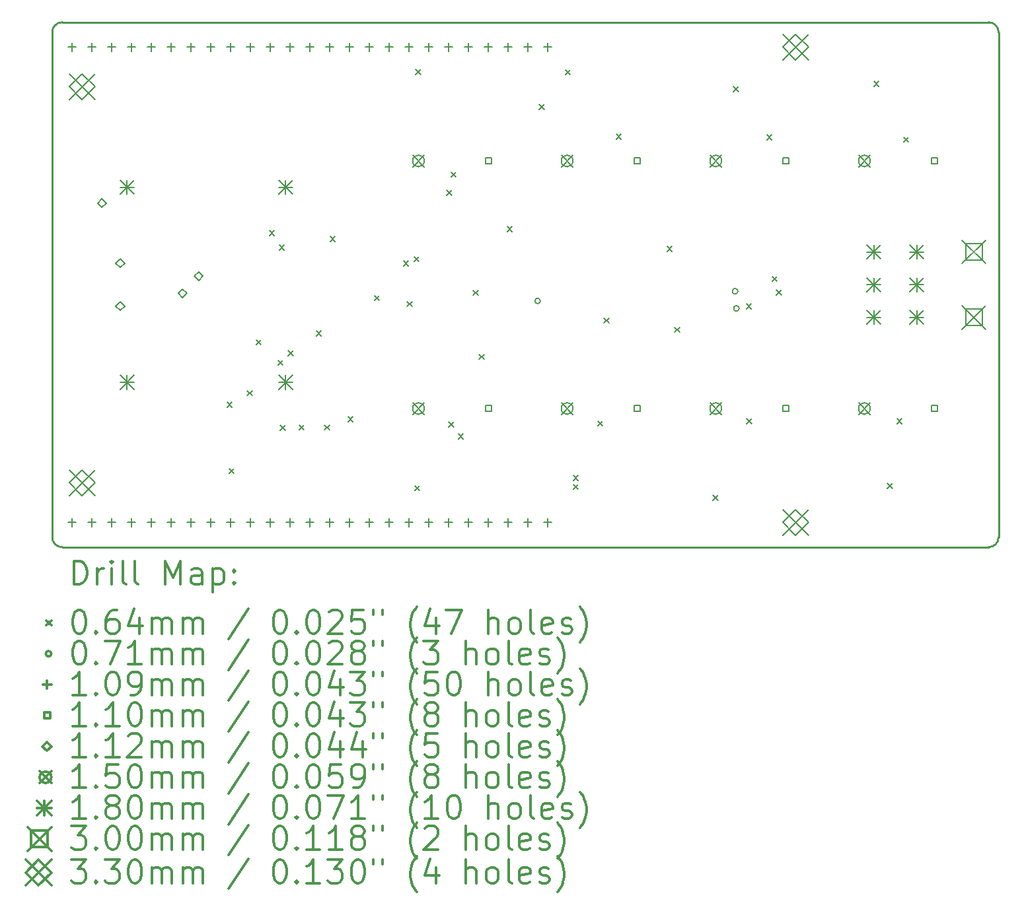
<source format=gbr>
%FSLAX45Y45*%
G04 Gerber Fmt 4.5, Leading zero omitted, Abs format (unit mm)*
G04 Created by KiCad (PCBNEW 6.0.0-unknown-f21face~86~ubuntu18.04.1) date 2019-05-20 10:49:26*
%MOMM*%
%LPD*%
G04 APERTURE LIST*
%ADD10C,0.228600*%
%ADD11C,0.200000*%
%ADD12C,0.300000*%
G04 APERTURE END LIST*
D10*
X19113500Y-13779500D02*
G75*
G02X18986500Y-13906500I-127000J0D01*
G01*
X7112000Y-13906500D02*
G75*
G02X6985000Y-13779500I0J127000D01*
G01*
X6985000Y-7302500D02*
G75*
G02X7112000Y-7175500I127000J0D01*
G01*
X18986500Y-7175500D02*
G75*
G02X19113500Y-7302500I0J-127000D01*
G01*
X18986500Y-7175500D02*
X7112000Y-7175500D01*
X19113500Y-13779500D02*
X19113500Y-7302500D01*
X7112000Y-13906500D02*
X18986500Y-13906500D01*
X6985000Y-7302500D02*
X6985000Y-13779500D01*
D11*
X9226210Y-12047110D02*
X9289710Y-12110610D01*
X9289710Y-12047110D02*
X9226210Y-12110610D01*
X9251960Y-12900650D02*
X9315460Y-12964150D01*
X9315460Y-12900650D02*
X9251960Y-12964150D01*
X9484040Y-11898070D02*
X9547540Y-11961570D01*
X9547540Y-11898070D02*
X9484040Y-11961570D01*
X9597700Y-11248970D02*
X9661200Y-11312470D01*
X9661200Y-11248970D02*
X9597700Y-11312470D01*
X9768840Y-9845460D02*
X9832340Y-9908960D01*
X9832340Y-9845460D02*
X9768840Y-9908960D01*
X9877080Y-11512120D02*
X9940580Y-11575620D01*
X9940580Y-11512120D02*
X9877080Y-11575620D01*
X9895910Y-10034160D02*
X9959410Y-10097660D01*
X9959410Y-10034160D02*
X9895910Y-10097660D01*
X9909230Y-12342810D02*
X9972730Y-12406310D01*
X9972730Y-12342810D02*
X9909230Y-12406310D01*
X10008170Y-11386750D02*
X10071670Y-11450250D01*
X10071670Y-11386750D02*
X10008170Y-11450250D01*
X10151200Y-12340880D02*
X10214700Y-12404380D01*
X10214700Y-12340880D02*
X10151200Y-12404380D01*
X10370190Y-11133590D02*
X10433690Y-11197090D01*
X10433690Y-11133590D02*
X10370190Y-11197090D01*
X10473030Y-12341910D02*
X10536530Y-12405410D01*
X10536530Y-12341910D02*
X10473030Y-12405410D01*
X10546310Y-9924500D02*
X10609810Y-9988000D01*
X10609810Y-9924500D02*
X10546310Y-9988000D01*
X10775360Y-12234630D02*
X10838860Y-12298130D01*
X10838860Y-12234630D02*
X10775360Y-12298130D01*
X11115430Y-10678790D02*
X11178930Y-10742290D01*
X11178930Y-10678790D02*
X11115430Y-10742290D01*
X11486370Y-10235450D02*
X11549870Y-10298950D01*
X11549870Y-10235450D02*
X11486370Y-10298950D01*
X11534090Y-10756180D02*
X11597590Y-10819680D01*
X11597590Y-10756180D02*
X11534090Y-10819680D01*
X11621520Y-10181000D02*
X11685020Y-10244500D01*
X11685020Y-10181000D02*
X11621520Y-10244500D01*
X11631520Y-13119460D02*
X11695020Y-13182960D01*
X11695020Y-13119460D02*
X11631520Y-13182960D01*
X11642430Y-7778750D02*
X11705930Y-7842250D01*
X11705930Y-7778750D02*
X11642430Y-7842250D01*
X12042010Y-9330490D02*
X12105510Y-9393990D01*
X12105510Y-9330490D02*
X12042010Y-9393990D01*
X12064980Y-12300190D02*
X12128480Y-12363690D01*
X12128480Y-12300190D02*
X12064980Y-12363690D01*
X12095020Y-9095290D02*
X12158520Y-9158790D01*
X12158520Y-9095290D02*
X12095020Y-9158790D01*
X12191750Y-12456190D02*
X12255250Y-12519690D01*
X12255250Y-12456190D02*
X12191750Y-12519690D01*
X12380180Y-10612420D02*
X12443680Y-10675920D01*
X12443680Y-10612420D02*
X12380180Y-10675920D01*
X12457860Y-11433820D02*
X12521360Y-11497320D01*
X12521360Y-11433820D02*
X12457860Y-11497320D01*
X12814620Y-9797160D02*
X12878120Y-9860660D01*
X12878120Y-9797160D02*
X12814620Y-9860660D01*
X13227890Y-8227610D02*
X13291390Y-8291110D01*
X13291390Y-8227610D02*
X13227890Y-8291110D01*
X13562110Y-7784700D02*
X13625610Y-7848200D01*
X13625610Y-7784700D02*
X13562110Y-7848200D01*
X13661390Y-13100300D02*
X13724890Y-13163800D01*
X13724890Y-13100300D02*
X13661390Y-13163800D01*
X13664540Y-12987810D02*
X13728040Y-13051310D01*
X13728040Y-12987810D02*
X13664540Y-13051310D01*
X13977270Y-12288300D02*
X14040770Y-12351800D01*
X14040770Y-12288300D02*
X13977270Y-12351800D01*
X14058340Y-10970640D02*
X14121840Y-11034140D01*
X14121840Y-10970640D02*
X14058340Y-11034140D01*
X14211350Y-8610110D02*
X14274850Y-8673610D01*
X14274850Y-8610110D02*
X14211350Y-8673610D01*
X14866460Y-10048890D02*
X14929960Y-10112390D01*
X14929960Y-10048890D02*
X14866460Y-10112390D01*
X14963610Y-11087480D02*
X15027110Y-11150980D01*
X15027110Y-11087480D02*
X14963610Y-11150980D01*
X15454310Y-13239750D02*
X15517810Y-13303250D01*
X15517810Y-13239750D02*
X15454310Y-13303250D01*
X15716930Y-8001650D02*
X15780430Y-8065150D01*
X15780430Y-8001650D02*
X15716930Y-8065150D01*
X15882030Y-10786420D02*
X15945530Y-10849920D01*
X15945530Y-10786420D02*
X15882030Y-10849920D01*
X15885290Y-12258190D02*
X15948790Y-12321690D01*
X15948790Y-12258190D02*
X15885290Y-12321690D01*
X16142280Y-8619330D02*
X16205780Y-8682830D01*
X16205780Y-8619330D02*
X16142280Y-8682830D01*
X16212210Y-10433190D02*
X16275710Y-10496690D01*
X16275710Y-10433190D02*
X16212210Y-10496690D01*
X16266170Y-10609380D02*
X16329670Y-10672880D01*
X16329670Y-10609380D02*
X16266170Y-10672880D01*
X17516560Y-7931990D02*
X17580060Y-7995490D01*
X17580060Y-7931990D02*
X17516560Y-7995490D01*
X17687540Y-13088120D02*
X17751040Y-13151620D01*
X17751040Y-13088120D02*
X17687540Y-13151620D01*
X17812940Y-12261640D02*
X17876440Y-12325140D01*
X17876440Y-12261640D02*
X17812940Y-12325140D01*
X17894240Y-8650240D02*
X17957740Y-8713740D01*
X17957740Y-8650240D02*
X17894240Y-8713740D01*
X13241660Y-10748250D02*
G75*
G03X13241660Y-10748250I-35560J0D01*
G01*
X15772070Y-10624890D02*
G75*
G03X15772070Y-10624890I-35560J0D01*
G01*
X15788110Y-10844430D02*
G75*
G03X15788110Y-10844430I-35560J0D01*
G01*
X7239000Y-7438390D02*
X7239000Y-7547610D01*
X7184390Y-7493000D02*
X7293610Y-7493000D01*
X7493000Y-7438390D02*
X7493000Y-7547610D01*
X7438390Y-7493000D02*
X7547610Y-7493000D01*
X7747000Y-7438390D02*
X7747000Y-7547610D01*
X7692390Y-7493000D02*
X7801610Y-7493000D01*
X8001000Y-7438390D02*
X8001000Y-7547610D01*
X7946390Y-7493000D02*
X8055610Y-7493000D01*
X8255000Y-7438390D02*
X8255000Y-7547610D01*
X8200390Y-7493000D02*
X8309610Y-7493000D01*
X8509000Y-7438390D02*
X8509000Y-7547610D01*
X8454390Y-7493000D02*
X8563610Y-7493000D01*
X8763000Y-7438390D02*
X8763000Y-7547610D01*
X8708390Y-7493000D02*
X8817610Y-7493000D01*
X9017000Y-7438390D02*
X9017000Y-7547610D01*
X8962390Y-7493000D02*
X9071610Y-7493000D01*
X9271000Y-7438390D02*
X9271000Y-7547610D01*
X9216390Y-7493000D02*
X9325610Y-7493000D01*
X9525000Y-7438390D02*
X9525000Y-7547610D01*
X9470390Y-7493000D02*
X9579610Y-7493000D01*
X9779000Y-7438390D02*
X9779000Y-7547610D01*
X9724390Y-7493000D02*
X9833610Y-7493000D01*
X10033000Y-7438390D02*
X10033000Y-7547610D01*
X9978390Y-7493000D02*
X10087610Y-7493000D01*
X10287000Y-7438390D02*
X10287000Y-7547610D01*
X10232390Y-7493000D02*
X10341610Y-7493000D01*
X10541000Y-7438390D02*
X10541000Y-7547610D01*
X10486390Y-7493000D02*
X10595610Y-7493000D01*
X10795000Y-7438390D02*
X10795000Y-7547610D01*
X10740390Y-7493000D02*
X10849610Y-7493000D01*
X11049000Y-7438390D02*
X11049000Y-7547610D01*
X10994390Y-7493000D02*
X11103610Y-7493000D01*
X11303000Y-7438390D02*
X11303000Y-7547610D01*
X11248390Y-7493000D02*
X11357610Y-7493000D01*
X11557000Y-7438390D02*
X11557000Y-7547610D01*
X11502390Y-7493000D02*
X11611610Y-7493000D01*
X11811000Y-7438390D02*
X11811000Y-7547610D01*
X11756390Y-7493000D02*
X11865610Y-7493000D01*
X12065000Y-7438390D02*
X12065000Y-7547610D01*
X12010390Y-7493000D02*
X12119610Y-7493000D01*
X12319000Y-7438390D02*
X12319000Y-7547610D01*
X12264390Y-7493000D02*
X12373610Y-7493000D01*
X12573000Y-7438390D02*
X12573000Y-7547610D01*
X12518390Y-7493000D02*
X12627610Y-7493000D01*
X12827000Y-7438390D02*
X12827000Y-7547610D01*
X12772390Y-7493000D02*
X12881610Y-7493000D01*
X13081000Y-7438390D02*
X13081000Y-7547610D01*
X13026390Y-7493000D02*
X13135610Y-7493000D01*
X13335000Y-7438390D02*
X13335000Y-7547610D01*
X13280390Y-7493000D02*
X13389610Y-7493000D01*
X7239000Y-13534390D02*
X7239000Y-13643610D01*
X7184390Y-13589000D02*
X7293610Y-13589000D01*
X7493000Y-13534390D02*
X7493000Y-13643610D01*
X7438390Y-13589000D02*
X7547610Y-13589000D01*
X7747000Y-13534390D02*
X7747000Y-13643610D01*
X7692390Y-13589000D02*
X7801610Y-13589000D01*
X8001000Y-13534390D02*
X8001000Y-13643610D01*
X7946390Y-13589000D02*
X8055610Y-13589000D01*
X8255000Y-13534390D02*
X8255000Y-13643610D01*
X8200390Y-13589000D02*
X8309610Y-13589000D01*
X8509000Y-13534390D02*
X8509000Y-13643610D01*
X8454390Y-13589000D02*
X8563610Y-13589000D01*
X8763000Y-13534390D02*
X8763000Y-13643610D01*
X8708390Y-13589000D02*
X8817610Y-13589000D01*
X9017000Y-13534390D02*
X9017000Y-13643610D01*
X8962390Y-13589000D02*
X9071610Y-13589000D01*
X9271000Y-13534390D02*
X9271000Y-13643610D01*
X9216390Y-13589000D02*
X9325610Y-13589000D01*
X9525000Y-13534390D02*
X9525000Y-13643610D01*
X9470390Y-13589000D02*
X9579610Y-13589000D01*
X9779000Y-13534390D02*
X9779000Y-13643610D01*
X9724390Y-13589000D02*
X9833610Y-13589000D01*
X10033000Y-13534390D02*
X10033000Y-13643610D01*
X9978390Y-13589000D02*
X10087610Y-13589000D01*
X10287000Y-13534390D02*
X10287000Y-13643610D01*
X10232390Y-13589000D02*
X10341610Y-13589000D01*
X10541000Y-13534390D02*
X10541000Y-13643610D01*
X10486390Y-13589000D02*
X10595610Y-13589000D01*
X10795000Y-13534390D02*
X10795000Y-13643610D01*
X10740390Y-13589000D02*
X10849610Y-13589000D01*
X11049000Y-13534390D02*
X11049000Y-13643610D01*
X10994390Y-13589000D02*
X11103610Y-13589000D01*
X11303000Y-13534390D02*
X11303000Y-13643610D01*
X11248390Y-13589000D02*
X11357610Y-13589000D01*
X11557000Y-13534390D02*
X11557000Y-13643610D01*
X11502390Y-13589000D02*
X11611610Y-13589000D01*
X11811000Y-13534390D02*
X11811000Y-13643610D01*
X11756390Y-13589000D02*
X11865610Y-13589000D01*
X12065000Y-13534390D02*
X12065000Y-13643610D01*
X12010390Y-13589000D02*
X12119610Y-13589000D01*
X12319000Y-13534390D02*
X12319000Y-13643610D01*
X12264390Y-13589000D02*
X12373610Y-13589000D01*
X12573000Y-13534390D02*
X12573000Y-13643610D01*
X12518390Y-13589000D02*
X12627610Y-13589000D01*
X12827000Y-13534390D02*
X12827000Y-13643610D01*
X12772390Y-13589000D02*
X12881610Y-13589000D01*
X13081000Y-13534390D02*
X13081000Y-13643610D01*
X13026390Y-13589000D02*
X13135610Y-13589000D01*
X13335000Y-13534390D02*
X13335000Y-13643610D01*
X13280390Y-13589000D02*
X13389610Y-13589000D01*
X14522391Y-12167391D02*
X14522391Y-12089609D01*
X14444609Y-12089609D01*
X14444609Y-12167391D01*
X14522391Y-12167391D01*
X12617391Y-8992391D02*
X12617391Y-8914609D01*
X12539609Y-8914609D01*
X12539609Y-8992391D01*
X12617391Y-8992391D01*
X16427391Y-8992391D02*
X16427391Y-8914609D01*
X16349609Y-8914609D01*
X16349609Y-8992391D01*
X16427391Y-8992391D01*
X12617391Y-12167391D02*
X12617391Y-12089609D01*
X12539609Y-12089609D01*
X12539609Y-12167391D01*
X12617391Y-12167391D01*
X16427391Y-12167391D02*
X16427391Y-12089609D01*
X16349609Y-12089609D01*
X16349609Y-12167391D01*
X16427391Y-12167391D01*
X18332391Y-8992391D02*
X18332391Y-8914609D01*
X18254609Y-8914609D01*
X18254609Y-8992391D01*
X18332391Y-8992391D01*
X14522391Y-8992391D02*
X14522391Y-8914609D01*
X14444609Y-8914609D01*
X14444609Y-8992391D01*
X14522391Y-8992391D01*
X18332391Y-12167391D02*
X18332391Y-12089609D01*
X18254609Y-12089609D01*
X18254609Y-12167391D01*
X18332391Y-12167391D01*
X7621940Y-9549930D02*
X7677820Y-9494050D01*
X7621940Y-9438170D01*
X7566060Y-9494050D01*
X7621940Y-9549930D01*
X7856290Y-10322880D02*
X7912170Y-10267000D01*
X7856290Y-10211120D01*
X7800410Y-10267000D01*
X7856290Y-10322880D01*
X7856290Y-10870880D02*
X7912170Y-10815000D01*
X7856290Y-10759120D01*
X7800410Y-10815000D01*
X7856290Y-10870880D01*
X8653710Y-10708170D02*
X8709590Y-10652290D01*
X8653710Y-10596410D01*
X8597830Y-10652290D01*
X8653710Y-10708170D01*
X8862080Y-10487870D02*
X8917960Y-10431990D01*
X8862080Y-10376110D01*
X8806200Y-10431990D01*
X8862080Y-10487870D01*
X13508500Y-12053500D02*
X13658500Y-12203500D01*
X13658500Y-12053500D02*
X13508500Y-12203500D01*
X13658500Y-12128500D02*
G75*
G03X13658500Y-12128500I-75000J0D01*
G01*
X11603500Y-8878500D02*
X11753500Y-9028500D01*
X11753500Y-8878500D02*
X11603500Y-9028500D01*
X11753500Y-8953500D02*
G75*
G03X11753500Y-8953500I-75000J0D01*
G01*
X15413500Y-8878500D02*
X15563500Y-9028500D01*
X15563500Y-8878500D02*
X15413500Y-9028500D01*
X15563500Y-8953500D02*
G75*
G03X15563500Y-8953500I-75000J0D01*
G01*
X11603500Y-12053500D02*
X11753500Y-12203500D01*
X11753500Y-12053500D02*
X11603500Y-12203500D01*
X11753500Y-12128500D02*
G75*
G03X11753500Y-12128500I-75000J0D01*
G01*
X15413500Y-12053500D02*
X15563500Y-12203500D01*
X15563500Y-12053500D02*
X15413500Y-12203500D01*
X15563500Y-12128500D02*
G75*
G03X15563500Y-12128500I-75000J0D01*
G01*
X17318500Y-8878500D02*
X17468500Y-9028500D01*
X17468500Y-8878500D02*
X17318500Y-9028500D01*
X17468500Y-8953500D02*
G75*
G03X17468500Y-8953500I-75000J0D01*
G01*
X13508500Y-8878500D02*
X13658500Y-9028500D01*
X13658500Y-8878500D02*
X13508500Y-9028500D01*
X13658500Y-8953500D02*
G75*
G03X13658500Y-8953500I-75000J0D01*
G01*
X17318500Y-12053500D02*
X17468500Y-12203500D01*
X17468500Y-12053500D02*
X17318500Y-12203500D01*
X17468500Y-12128500D02*
G75*
G03X17468500Y-12128500I-75000J0D01*
G01*
X7855000Y-9201000D02*
X8035000Y-9381000D01*
X8035000Y-9201000D02*
X7855000Y-9381000D01*
X7945000Y-9201000D02*
X7945000Y-9381000D01*
X7855000Y-9291000D02*
X8035000Y-9291000D01*
X7855000Y-11701000D02*
X8035000Y-11881000D01*
X8035000Y-11701000D02*
X7855000Y-11881000D01*
X7945000Y-11701000D02*
X7945000Y-11881000D01*
X7855000Y-11791000D02*
X8035000Y-11791000D01*
X9887000Y-9201000D02*
X10067000Y-9381000D01*
X10067000Y-9201000D02*
X9887000Y-9381000D01*
X9977000Y-9201000D02*
X9977000Y-9381000D01*
X9887000Y-9291000D02*
X10067000Y-9291000D01*
X9887000Y-11701000D02*
X10067000Y-11881000D01*
X10067000Y-11701000D02*
X9887000Y-11881000D01*
X9977000Y-11701000D02*
X9977000Y-11881000D01*
X9887000Y-11791000D02*
X10067000Y-11791000D01*
X17426000Y-10031000D02*
X17606000Y-10211000D01*
X17606000Y-10031000D02*
X17426000Y-10211000D01*
X17516000Y-10031000D02*
X17516000Y-10211000D01*
X17426000Y-10121000D02*
X17606000Y-10121000D01*
X17426000Y-10451000D02*
X17606000Y-10631000D01*
X17606000Y-10451000D02*
X17426000Y-10631000D01*
X17516000Y-10451000D02*
X17516000Y-10631000D01*
X17426000Y-10541000D02*
X17606000Y-10541000D01*
X17426000Y-10871000D02*
X17606000Y-11051000D01*
X17606000Y-10871000D02*
X17426000Y-11051000D01*
X17516000Y-10871000D02*
X17516000Y-11051000D01*
X17426000Y-10961000D02*
X17606000Y-10961000D01*
X17976000Y-10031000D02*
X18156000Y-10211000D01*
X18156000Y-10031000D02*
X17976000Y-10211000D01*
X18066000Y-10031000D02*
X18066000Y-10211000D01*
X17976000Y-10121000D02*
X18156000Y-10121000D01*
X17976000Y-10451000D02*
X18156000Y-10631000D01*
X18156000Y-10451000D02*
X17976000Y-10631000D01*
X18066000Y-10451000D02*
X18066000Y-10631000D01*
X17976000Y-10541000D02*
X18156000Y-10541000D01*
X17976000Y-10871000D02*
X18156000Y-11051000D01*
X18156000Y-10871000D02*
X17976000Y-11051000D01*
X18066000Y-10871000D02*
X18066000Y-11051000D01*
X17976000Y-10961000D02*
X18156000Y-10961000D01*
X18646000Y-9971000D02*
X18946000Y-10271000D01*
X18946000Y-9971000D02*
X18646000Y-10271000D01*
X18902067Y-10227067D02*
X18902067Y-10014933D01*
X18689933Y-10014933D01*
X18689933Y-10227067D01*
X18902067Y-10227067D01*
X18646000Y-10811000D02*
X18946000Y-11111000D01*
X18946000Y-10811000D02*
X18646000Y-11111000D01*
X18902067Y-11067067D02*
X18902067Y-10854933D01*
X18689933Y-10854933D01*
X18689933Y-11067067D01*
X18902067Y-11067067D01*
X7200900Y-12915900D02*
X7531100Y-13246100D01*
X7531100Y-12915900D02*
X7200900Y-13246100D01*
X7366000Y-13246100D02*
X7531100Y-13081000D01*
X7366000Y-12915900D01*
X7200900Y-13081000D01*
X7366000Y-13246100D01*
X16344900Y-13423900D02*
X16675100Y-13754100D01*
X16675100Y-13423900D02*
X16344900Y-13754100D01*
X16510000Y-13754100D02*
X16675100Y-13589000D01*
X16510000Y-13423900D01*
X16344900Y-13589000D01*
X16510000Y-13754100D01*
X16344900Y-7327900D02*
X16675100Y-7658100D01*
X16675100Y-7327900D02*
X16344900Y-7658100D01*
X16510000Y-7658100D02*
X16675100Y-7493000D01*
X16510000Y-7327900D01*
X16344900Y-7493000D01*
X16510000Y-7658100D01*
X7200900Y-7835900D02*
X7531100Y-8166100D01*
X7531100Y-7835900D02*
X7200900Y-8166100D01*
X7366000Y-8166100D02*
X7531100Y-8001000D01*
X7366000Y-7835900D01*
X7200900Y-8001000D01*
X7366000Y-8166100D01*
D12*
X7259998Y-14383644D02*
X7259998Y-14083644D01*
X7331427Y-14083644D01*
X7374284Y-14097930D01*
X7402856Y-14126501D01*
X7417141Y-14155073D01*
X7431427Y-14212216D01*
X7431427Y-14255073D01*
X7417141Y-14312216D01*
X7402856Y-14340787D01*
X7374284Y-14369359D01*
X7331427Y-14383644D01*
X7259998Y-14383644D01*
X7559998Y-14383644D02*
X7559998Y-14183644D01*
X7559998Y-14240787D02*
X7574284Y-14212216D01*
X7588570Y-14197930D01*
X7617141Y-14183644D01*
X7645713Y-14183644D01*
X7745713Y-14383644D02*
X7745713Y-14183644D01*
X7745713Y-14083644D02*
X7731427Y-14097930D01*
X7745713Y-14112216D01*
X7759998Y-14097930D01*
X7745713Y-14083644D01*
X7745713Y-14112216D01*
X7931427Y-14383644D02*
X7902856Y-14369359D01*
X7888570Y-14340787D01*
X7888570Y-14083644D01*
X8088570Y-14383644D02*
X8059998Y-14369359D01*
X8045713Y-14340787D01*
X8045713Y-14083644D01*
X8431427Y-14383644D02*
X8431427Y-14083644D01*
X8531427Y-14297930D01*
X8631427Y-14083644D01*
X8631427Y-14383644D01*
X8902856Y-14383644D02*
X8902856Y-14226501D01*
X8888570Y-14197930D01*
X8859998Y-14183644D01*
X8802856Y-14183644D01*
X8774284Y-14197930D01*
X8902856Y-14369359D02*
X8874284Y-14383644D01*
X8802856Y-14383644D01*
X8774284Y-14369359D01*
X8759998Y-14340787D01*
X8759998Y-14312216D01*
X8774284Y-14283644D01*
X8802856Y-14269359D01*
X8874284Y-14269359D01*
X8902856Y-14255073D01*
X9045713Y-14183644D02*
X9045713Y-14483644D01*
X9045713Y-14197930D02*
X9074284Y-14183644D01*
X9131427Y-14183644D01*
X9159998Y-14197930D01*
X9174284Y-14212216D01*
X9188570Y-14240787D01*
X9188570Y-14326501D01*
X9174284Y-14355073D01*
X9159998Y-14369359D01*
X9131427Y-14383644D01*
X9074284Y-14383644D01*
X9045713Y-14369359D01*
X9317141Y-14355073D02*
X9331427Y-14369359D01*
X9317141Y-14383644D01*
X9302856Y-14369359D01*
X9317141Y-14355073D01*
X9317141Y-14383644D01*
X9317141Y-14197930D02*
X9331427Y-14212216D01*
X9317141Y-14226501D01*
X9302856Y-14212216D01*
X9317141Y-14197930D01*
X9317141Y-14226501D01*
X6910070Y-14846180D02*
X6973570Y-14909680D01*
X6973570Y-14846180D02*
X6910070Y-14909680D01*
X7317141Y-14713644D02*
X7345713Y-14713644D01*
X7374284Y-14727930D01*
X7388570Y-14742216D01*
X7402856Y-14770787D01*
X7417141Y-14827930D01*
X7417141Y-14899359D01*
X7402856Y-14956501D01*
X7388570Y-14985073D01*
X7374284Y-14999359D01*
X7345713Y-15013644D01*
X7317141Y-15013644D01*
X7288570Y-14999359D01*
X7274284Y-14985073D01*
X7259998Y-14956501D01*
X7245713Y-14899359D01*
X7245713Y-14827930D01*
X7259998Y-14770787D01*
X7274284Y-14742216D01*
X7288570Y-14727930D01*
X7317141Y-14713644D01*
X7545713Y-14985073D02*
X7559998Y-14999359D01*
X7545713Y-15013644D01*
X7531427Y-14999359D01*
X7545713Y-14985073D01*
X7545713Y-15013644D01*
X7817141Y-14713644D02*
X7759998Y-14713644D01*
X7731427Y-14727930D01*
X7717141Y-14742216D01*
X7688570Y-14785073D01*
X7674284Y-14842216D01*
X7674284Y-14956501D01*
X7688570Y-14985073D01*
X7702856Y-14999359D01*
X7731427Y-15013644D01*
X7788570Y-15013644D01*
X7817141Y-14999359D01*
X7831427Y-14985073D01*
X7845713Y-14956501D01*
X7845713Y-14885073D01*
X7831427Y-14856501D01*
X7817141Y-14842216D01*
X7788570Y-14827930D01*
X7731427Y-14827930D01*
X7702856Y-14842216D01*
X7688570Y-14856501D01*
X7674284Y-14885073D01*
X8102856Y-14813644D02*
X8102856Y-15013644D01*
X8031427Y-14699359D02*
X7959998Y-14913644D01*
X8145713Y-14913644D01*
X8259998Y-15013644D02*
X8259998Y-14813644D01*
X8259998Y-14842216D02*
X8274284Y-14827930D01*
X8302856Y-14813644D01*
X8345713Y-14813644D01*
X8374284Y-14827930D01*
X8388570Y-14856501D01*
X8388570Y-15013644D01*
X8388570Y-14856501D02*
X8402856Y-14827930D01*
X8431427Y-14813644D01*
X8474284Y-14813644D01*
X8502856Y-14827930D01*
X8517141Y-14856501D01*
X8517141Y-15013644D01*
X8659998Y-15013644D02*
X8659998Y-14813644D01*
X8659998Y-14842216D02*
X8674284Y-14827930D01*
X8702856Y-14813644D01*
X8745713Y-14813644D01*
X8774284Y-14827930D01*
X8788570Y-14856501D01*
X8788570Y-15013644D01*
X8788570Y-14856501D02*
X8802856Y-14827930D01*
X8831427Y-14813644D01*
X8874284Y-14813644D01*
X8902856Y-14827930D01*
X8917141Y-14856501D01*
X8917141Y-15013644D01*
X9502856Y-14699359D02*
X9245713Y-15085073D01*
X9888570Y-14713644D02*
X9917141Y-14713644D01*
X9945713Y-14727930D01*
X9959998Y-14742216D01*
X9974284Y-14770787D01*
X9988570Y-14827930D01*
X9988570Y-14899359D01*
X9974284Y-14956501D01*
X9959998Y-14985073D01*
X9945713Y-14999359D01*
X9917141Y-15013644D01*
X9888570Y-15013644D01*
X9859998Y-14999359D01*
X9845713Y-14985073D01*
X9831427Y-14956501D01*
X9817141Y-14899359D01*
X9817141Y-14827930D01*
X9831427Y-14770787D01*
X9845713Y-14742216D01*
X9859998Y-14727930D01*
X9888570Y-14713644D01*
X10117141Y-14985073D02*
X10131427Y-14999359D01*
X10117141Y-15013644D01*
X10102856Y-14999359D01*
X10117141Y-14985073D01*
X10117141Y-15013644D01*
X10317141Y-14713644D02*
X10345713Y-14713644D01*
X10374284Y-14727930D01*
X10388570Y-14742216D01*
X10402856Y-14770787D01*
X10417141Y-14827930D01*
X10417141Y-14899359D01*
X10402856Y-14956501D01*
X10388570Y-14985073D01*
X10374284Y-14999359D01*
X10345713Y-15013644D01*
X10317141Y-15013644D01*
X10288570Y-14999359D01*
X10274284Y-14985073D01*
X10259998Y-14956501D01*
X10245713Y-14899359D01*
X10245713Y-14827930D01*
X10259998Y-14770787D01*
X10274284Y-14742216D01*
X10288570Y-14727930D01*
X10317141Y-14713644D01*
X10531427Y-14742216D02*
X10545713Y-14727930D01*
X10574284Y-14713644D01*
X10645713Y-14713644D01*
X10674284Y-14727930D01*
X10688570Y-14742216D01*
X10702856Y-14770787D01*
X10702856Y-14799359D01*
X10688570Y-14842216D01*
X10517141Y-15013644D01*
X10702856Y-15013644D01*
X10974284Y-14713644D02*
X10831427Y-14713644D01*
X10817141Y-14856501D01*
X10831427Y-14842216D01*
X10859998Y-14827930D01*
X10931427Y-14827930D01*
X10959998Y-14842216D01*
X10974284Y-14856501D01*
X10988570Y-14885073D01*
X10988570Y-14956501D01*
X10974284Y-14985073D01*
X10959998Y-14999359D01*
X10931427Y-15013644D01*
X10859998Y-15013644D01*
X10831427Y-14999359D01*
X10817141Y-14985073D01*
X11102856Y-14713644D02*
X11102856Y-14770787D01*
X11217141Y-14713644D02*
X11217141Y-14770787D01*
X11659998Y-15127930D02*
X11645713Y-15113644D01*
X11617141Y-15070787D01*
X11602856Y-15042216D01*
X11588570Y-14999359D01*
X11574284Y-14927930D01*
X11574284Y-14870787D01*
X11588570Y-14799359D01*
X11602856Y-14756501D01*
X11617141Y-14727930D01*
X11645713Y-14685073D01*
X11659998Y-14670787D01*
X11902856Y-14813644D02*
X11902856Y-15013644D01*
X11831427Y-14699359D02*
X11759998Y-14913644D01*
X11945713Y-14913644D01*
X12031427Y-14713644D02*
X12231427Y-14713644D01*
X12102856Y-15013644D01*
X12574284Y-15013644D02*
X12574284Y-14713644D01*
X12702856Y-15013644D02*
X12702856Y-14856501D01*
X12688570Y-14827930D01*
X12659998Y-14813644D01*
X12617141Y-14813644D01*
X12588570Y-14827930D01*
X12574284Y-14842216D01*
X12888570Y-15013644D02*
X12859998Y-14999359D01*
X12845713Y-14985073D01*
X12831427Y-14956501D01*
X12831427Y-14870787D01*
X12845713Y-14842216D01*
X12859998Y-14827930D01*
X12888570Y-14813644D01*
X12931427Y-14813644D01*
X12959998Y-14827930D01*
X12974284Y-14842216D01*
X12988570Y-14870787D01*
X12988570Y-14956501D01*
X12974284Y-14985073D01*
X12959998Y-14999359D01*
X12931427Y-15013644D01*
X12888570Y-15013644D01*
X13159998Y-15013644D02*
X13131427Y-14999359D01*
X13117141Y-14970787D01*
X13117141Y-14713644D01*
X13388570Y-14999359D02*
X13359998Y-15013644D01*
X13302856Y-15013644D01*
X13274284Y-14999359D01*
X13259998Y-14970787D01*
X13259998Y-14856501D01*
X13274284Y-14827930D01*
X13302856Y-14813644D01*
X13359998Y-14813644D01*
X13388570Y-14827930D01*
X13402856Y-14856501D01*
X13402856Y-14885073D01*
X13259998Y-14913644D01*
X13517141Y-14999359D02*
X13545713Y-15013644D01*
X13602856Y-15013644D01*
X13631427Y-14999359D01*
X13645713Y-14970787D01*
X13645713Y-14956501D01*
X13631427Y-14927930D01*
X13602856Y-14913644D01*
X13559998Y-14913644D01*
X13531427Y-14899359D01*
X13517141Y-14870787D01*
X13517141Y-14856501D01*
X13531427Y-14827930D01*
X13559998Y-14813644D01*
X13602856Y-14813644D01*
X13631427Y-14827930D01*
X13745713Y-15127930D02*
X13759998Y-15113644D01*
X13788570Y-15070787D01*
X13802856Y-15042216D01*
X13817141Y-14999359D01*
X13831427Y-14927930D01*
X13831427Y-14870787D01*
X13817141Y-14799359D01*
X13802856Y-14756501D01*
X13788570Y-14727930D01*
X13759998Y-14685073D01*
X13745713Y-14670787D01*
X6973570Y-15273930D02*
G75*
G03X6973570Y-15273930I-35560J0D01*
G01*
X7317141Y-15109644D02*
X7345713Y-15109644D01*
X7374284Y-15123930D01*
X7388570Y-15138216D01*
X7402856Y-15166787D01*
X7417141Y-15223930D01*
X7417141Y-15295359D01*
X7402856Y-15352501D01*
X7388570Y-15381073D01*
X7374284Y-15395359D01*
X7345713Y-15409644D01*
X7317141Y-15409644D01*
X7288570Y-15395359D01*
X7274284Y-15381073D01*
X7259998Y-15352501D01*
X7245713Y-15295359D01*
X7245713Y-15223930D01*
X7259998Y-15166787D01*
X7274284Y-15138216D01*
X7288570Y-15123930D01*
X7317141Y-15109644D01*
X7545713Y-15381073D02*
X7559998Y-15395359D01*
X7545713Y-15409644D01*
X7531427Y-15395359D01*
X7545713Y-15381073D01*
X7545713Y-15409644D01*
X7659998Y-15109644D02*
X7859998Y-15109644D01*
X7731427Y-15409644D01*
X8131427Y-15409644D02*
X7959998Y-15409644D01*
X8045713Y-15409644D02*
X8045713Y-15109644D01*
X8017141Y-15152501D01*
X7988570Y-15181073D01*
X7959998Y-15195359D01*
X8259998Y-15409644D02*
X8259998Y-15209644D01*
X8259998Y-15238216D02*
X8274284Y-15223930D01*
X8302856Y-15209644D01*
X8345713Y-15209644D01*
X8374284Y-15223930D01*
X8388570Y-15252501D01*
X8388570Y-15409644D01*
X8388570Y-15252501D02*
X8402856Y-15223930D01*
X8431427Y-15209644D01*
X8474284Y-15209644D01*
X8502856Y-15223930D01*
X8517141Y-15252501D01*
X8517141Y-15409644D01*
X8659998Y-15409644D02*
X8659998Y-15209644D01*
X8659998Y-15238216D02*
X8674284Y-15223930D01*
X8702856Y-15209644D01*
X8745713Y-15209644D01*
X8774284Y-15223930D01*
X8788570Y-15252501D01*
X8788570Y-15409644D01*
X8788570Y-15252501D02*
X8802856Y-15223930D01*
X8831427Y-15209644D01*
X8874284Y-15209644D01*
X8902856Y-15223930D01*
X8917141Y-15252501D01*
X8917141Y-15409644D01*
X9502856Y-15095359D02*
X9245713Y-15481073D01*
X9888570Y-15109644D02*
X9917141Y-15109644D01*
X9945713Y-15123930D01*
X9959998Y-15138216D01*
X9974284Y-15166787D01*
X9988570Y-15223930D01*
X9988570Y-15295359D01*
X9974284Y-15352501D01*
X9959998Y-15381073D01*
X9945713Y-15395359D01*
X9917141Y-15409644D01*
X9888570Y-15409644D01*
X9859998Y-15395359D01*
X9845713Y-15381073D01*
X9831427Y-15352501D01*
X9817141Y-15295359D01*
X9817141Y-15223930D01*
X9831427Y-15166787D01*
X9845713Y-15138216D01*
X9859998Y-15123930D01*
X9888570Y-15109644D01*
X10117141Y-15381073D02*
X10131427Y-15395359D01*
X10117141Y-15409644D01*
X10102856Y-15395359D01*
X10117141Y-15381073D01*
X10117141Y-15409644D01*
X10317141Y-15109644D02*
X10345713Y-15109644D01*
X10374284Y-15123930D01*
X10388570Y-15138216D01*
X10402856Y-15166787D01*
X10417141Y-15223930D01*
X10417141Y-15295359D01*
X10402856Y-15352501D01*
X10388570Y-15381073D01*
X10374284Y-15395359D01*
X10345713Y-15409644D01*
X10317141Y-15409644D01*
X10288570Y-15395359D01*
X10274284Y-15381073D01*
X10259998Y-15352501D01*
X10245713Y-15295359D01*
X10245713Y-15223930D01*
X10259998Y-15166787D01*
X10274284Y-15138216D01*
X10288570Y-15123930D01*
X10317141Y-15109644D01*
X10531427Y-15138216D02*
X10545713Y-15123930D01*
X10574284Y-15109644D01*
X10645713Y-15109644D01*
X10674284Y-15123930D01*
X10688570Y-15138216D01*
X10702856Y-15166787D01*
X10702856Y-15195359D01*
X10688570Y-15238216D01*
X10517141Y-15409644D01*
X10702856Y-15409644D01*
X10874284Y-15238216D02*
X10845713Y-15223930D01*
X10831427Y-15209644D01*
X10817141Y-15181073D01*
X10817141Y-15166787D01*
X10831427Y-15138216D01*
X10845713Y-15123930D01*
X10874284Y-15109644D01*
X10931427Y-15109644D01*
X10959998Y-15123930D01*
X10974284Y-15138216D01*
X10988570Y-15166787D01*
X10988570Y-15181073D01*
X10974284Y-15209644D01*
X10959998Y-15223930D01*
X10931427Y-15238216D01*
X10874284Y-15238216D01*
X10845713Y-15252501D01*
X10831427Y-15266787D01*
X10817141Y-15295359D01*
X10817141Y-15352501D01*
X10831427Y-15381073D01*
X10845713Y-15395359D01*
X10874284Y-15409644D01*
X10931427Y-15409644D01*
X10959998Y-15395359D01*
X10974284Y-15381073D01*
X10988570Y-15352501D01*
X10988570Y-15295359D01*
X10974284Y-15266787D01*
X10959998Y-15252501D01*
X10931427Y-15238216D01*
X11102856Y-15109644D02*
X11102856Y-15166787D01*
X11217141Y-15109644D02*
X11217141Y-15166787D01*
X11659998Y-15523930D02*
X11645713Y-15509644D01*
X11617141Y-15466787D01*
X11602856Y-15438216D01*
X11588570Y-15395359D01*
X11574284Y-15323930D01*
X11574284Y-15266787D01*
X11588570Y-15195359D01*
X11602856Y-15152501D01*
X11617141Y-15123930D01*
X11645713Y-15081073D01*
X11659998Y-15066787D01*
X11745713Y-15109644D02*
X11931427Y-15109644D01*
X11831427Y-15223930D01*
X11874284Y-15223930D01*
X11902856Y-15238216D01*
X11917141Y-15252501D01*
X11931427Y-15281073D01*
X11931427Y-15352501D01*
X11917141Y-15381073D01*
X11902856Y-15395359D01*
X11874284Y-15409644D01*
X11788570Y-15409644D01*
X11759998Y-15395359D01*
X11745713Y-15381073D01*
X12288570Y-15409644D02*
X12288570Y-15109644D01*
X12417141Y-15409644D02*
X12417141Y-15252501D01*
X12402856Y-15223930D01*
X12374284Y-15209644D01*
X12331427Y-15209644D01*
X12302856Y-15223930D01*
X12288570Y-15238216D01*
X12602856Y-15409644D02*
X12574284Y-15395359D01*
X12559998Y-15381073D01*
X12545713Y-15352501D01*
X12545713Y-15266787D01*
X12559998Y-15238216D01*
X12574284Y-15223930D01*
X12602856Y-15209644D01*
X12645713Y-15209644D01*
X12674284Y-15223930D01*
X12688570Y-15238216D01*
X12702856Y-15266787D01*
X12702856Y-15352501D01*
X12688570Y-15381073D01*
X12674284Y-15395359D01*
X12645713Y-15409644D01*
X12602856Y-15409644D01*
X12874284Y-15409644D02*
X12845713Y-15395359D01*
X12831427Y-15366787D01*
X12831427Y-15109644D01*
X13102856Y-15395359D02*
X13074284Y-15409644D01*
X13017141Y-15409644D01*
X12988570Y-15395359D01*
X12974284Y-15366787D01*
X12974284Y-15252501D01*
X12988570Y-15223930D01*
X13017141Y-15209644D01*
X13074284Y-15209644D01*
X13102856Y-15223930D01*
X13117141Y-15252501D01*
X13117141Y-15281073D01*
X12974284Y-15309644D01*
X13231427Y-15395359D02*
X13259998Y-15409644D01*
X13317141Y-15409644D01*
X13345713Y-15395359D01*
X13359998Y-15366787D01*
X13359998Y-15352501D01*
X13345713Y-15323930D01*
X13317141Y-15309644D01*
X13274284Y-15309644D01*
X13245713Y-15295359D01*
X13231427Y-15266787D01*
X13231427Y-15252501D01*
X13245713Y-15223930D01*
X13274284Y-15209644D01*
X13317141Y-15209644D01*
X13345713Y-15223930D01*
X13459998Y-15523930D02*
X13474284Y-15509644D01*
X13502856Y-15466787D01*
X13517141Y-15438216D01*
X13531427Y-15395359D01*
X13545713Y-15323930D01*
X13545713Y-15266787D01*
X13531427Y-15195359D01*
X13517141Y-15152501D01*
X13502856Y-15123930D01*
X13474284Y-15081073D01*
X13459998Y-15066787D01*
X6918960Y-15615320D02*
X6918960Y-15724540D01*
X6864350Y-15669930D02*
X6973570Y-15669930D01*
X7417141Y-15805644D02*
X7245713Y-15805644D01*
X7331427Y-15805644D02*
X7331427Y-15505644D01*
X7302856Y-15548501D01*
X7274284Y-15577073D01*
X7245713Y-15591359D01*
X7545713Y-15777073D02*
X7559998Y-15791359D01*
X7545713Y-15805644D01*
X7531427Y-15791359D01*
X7545713Y-15777073D01*
X7545713Y-15805644D01*
X7745713Y-15505644D02*
X7774284Y-15505644D01*
X7802856Y-15519930D01*
X7817141Y-15534216D01*
X7831427Y-15562787D01*
X7845713Y-15619930D01*
X7845713Y-15691359D01*
X7831427Y-15748501D01*
X7817141Y-15777073D01*
X7802856Y-15791359D01*
X7774284Y-15805644D01*
X7745713Y-15805644D01*
X7717141Y-15791359D01*
X7702856Y-15777073D01*
X7688570Y-15748501D01*
X7674284Y-15691359D01*
X7674284Y-15619930D01*
X7688570Y-15562787D01*
X7702856Y-15534216D01*
X7717141Y-15519930D01*
X7745713Y-15505644D01*
X7988570Y-15805644D02*
X8045713Y-15805644D01*
X8074284Y-15791359D01*
X8088570Y-15777073D01*
X8117141Y-15734216D01*
X8131427Y-15677073D01*
X8131427Y-15562787D01*
X8117141Y-15534216D01*
X8102856Y-15519930D01*
X8074284Y-15505644D01*
X8017141Y-15505644D01*
X7988570Y-15519930D01*
X7974284Y-15534216D01*
X7959998Y-15562787D01*
X7959998Y-15634216D01*
X7974284Y-15662787D01*
X7988570Y-15677073D01*
X8017141Y-15691359D01*
X8074284Y-15691359D01*
X8102856Y-15677073D01*
X8117141Y-15662787D01*
X8131427Y-15634216D01*
X8259998Y-15805644D02*
X8259998Y-15605644D01*
X8259998Y-15634216D02*
X8274284Y-15619930D01*
X8302856Y-15605644D01*
X8345713Y-15605644D01*
X8374284Y-15619930D01*
X8388570Y-15648501D01*
X8388570Y-15805644D01*
X8388570Y-15648501D02*
X8402856Y-15619930D01*
X8431427Y-15605644D01*
X8474284Y-15605644D01*
X8502856Y-15619930D01*
X8517141Y-15648501D01*
X8517141Y-15805644D01*
X8659998Y-15805644D02*
X8659998Y-15605644D01*
X8659998Y-15634216D02*
X8674284Y-15619930D01*
X8702856Y-15605644D01*
X8745713Y-15605644D01*
X8774284Y-15619930D01*
X8788570Y-15648501D01*
X8788570Y-15805644D01*
X8788570Y-15648501D02*
X8802856Y-15619930D01*
X8831427Y-15605644D01*
X8874284Y-15605644D01*
X8902856Y-15619930D01*
X8917141Y-15648501D01*
X8917141Y-15805644D01*
X9502856Y-15491359D02*
X9245713Y-15877073D01*
X9888570Y-15505644D02*
X9917141Y-15505644D01*
X9945713Y-15519930D01*
X9959998Y-15534216D01*
X9974284Y-15562787D01*
X9988570Y-15619930D01*
X9988570Y-15691359D01*
X9974284Y-15748501D01*
X9959998Y-15777073D01*
X9945713Y-15791359D01*
X9917141Y-15805644D01*
X9888570Y-15805644D01*
X9859998Y-15791359D01*
X9845713Y-15777073D01*
X9831427Y-15748501D01*
X9817141Y-15691359D01*
X9817141Y-15619930D01*
X9831427Y-15562787D01*
X9845713Y-15534216D01*
X9859998Y-15519930D01*
X9888570Y-15505644D01*
X10117141Y-15777073D02*
X10131427Y-15791359D01*
X10117141Y-15805644D01*
X10102856Y-15791359D01*
X10117141Y-15777073D01*
X10117141Y-15805644D01*
X10317141Y-15505644D02*
X10345713Y-15505644D01*
X10374284Y-15519930D01*
X10388570Y-15534216D01*
X10402856Y-15562787D01*
X10417141Y-15619930D01*
X10417141Y-15691359D01*
X10402856Y-15748501D01*
X10388570Y-15777073D01*
X10374284Y-15791359D01*
X10345713Y-15805644D01*
X10317141Y-15805644D01*
X10288570Y-15791359D01*
X10274284Y-15777073D01*
X10259998Y-15748501D01*
X10245713Y-15691359D01*
X10245713Y-15619930D01*
X10259998Y-15562787D01*
X10274284Y-15534216D01*
X10288570Y-15519930D01*
X10317141Y-15505644D01*
X10674284Y-15605644D02*
X10674284Y-15805644D01*
X10602856Y-15491359D02*
X10531427Y-15705644D01*
X10717141Y-15705644D01*
X10802856Y-15505644D02*
X10988570Y-15505644D01*
X10888570Y-15619930D01*
X10931427Y-15619930D01*
X10959998Y-15634216D01*
X10974284Y-15648501D01*
X10988570Y-15677073D01*
X10988570Y-15748501D01*
X10974284Y-15777073D01*
X10959998Y-15791359D01*
X10931427Y-15805644D01*
X10845713Y-15805644D01*
X10817141Y-15791359D01*
X10802856Y-15777073D01*
X11102856Y-15505644D02*
X11102856Y-15562787D01*
X11217141Y-15505644D02*
X11217141Y-15562787D01*
X11659998Y-15919930D02*
X11645713Y-15905644D01*
X11617141Y-15862787D01*
X11602856Y-15834216D01*
X11588570Y-15791359D01*
X11574284Y-15719930D01*
X11574284Y-15662787D01*
X11588570Y-15591359D01*
X11602856Y-15548501D01*
X11617141Y-15519930D01*
X11645713Y-15477073D01*
X11659998Y-15462787D01*
X11917141Y-15505644D02*
X11774284Y-15505644D01*
X11759998Y-15648501D01*
X11774284Y-15634216D01*
X11802856Y-15619930D01*
X11874284Y-15619930D01*
X11902856Y-15634216D01*
X11917141Y-15648501D01*
X11931427Y-15677073D01*
X11931427Y-15748501D01*
X11917141Y-15777073D01*
X11902856Y-15791359D01*
X11874284Y-15805644D01*
X11802856Y-15805644D01*
X11774284Y-15791359D01*
X11759998Y-15777073D01*
X12117141Y-15505644D02*
X12145713Y-15505644D01*
X12174284Y-15519930D01*
X12188570Y-15534216D01*
X12202856Y-15562787D01*
X12217141Y-15619930D01*
X12217141Y-15691359D01*
X12202856Y-15748501D01*
X12188570Y-15777073D01*
X12174284Y-15791359D01*
X12145713Y-15805644D01*
X12117141Y-15805644D01*
X12088570Y-15791359D01*
X12074284Y-15777073D01*
X12059998Y-15748501D01*
X12045713Y-15691359D01*
X12045713Y-15619930D01*
X12059998Y-15562787D01*
X12074284Y-15534216D01*
X12088570Y-15519930D01*
X12117141Y-15505644D01*
X12574284Y-15805644D02*
X12574284Y-15505644D01*
X12702856Y-15805644D02*
X12702856Y-15648501D01*
X12688570Y-15619930D01*
X12659998Y-15605644D01*
X12617141Y-15605644D01*
X12588570Y-15619930D01*
X12574284Y-15634216D01*
X12888570Y-15805644D02*
X12859998Y-15791359D01*
X12845713Y-15777073D01*
X12831427Y-15748501D01*
X12831427Y-15662787D01*
X12845713Y-15634216D01*
X12859998Y-15619930D01*
X12888570Y-15605644D01*
X12931427Y-15605644D01*
X12959998Y-15619930D01*
X12974284Y-15634216D01*
X12988570Y-15662787D01*
X12988570Y-15748501D01*
X12974284Y-15777073D01*
X12959998Y-15791359D01*
X12931427Y-15805644D01*
X12888570Y-15805644D01*
X13159998Y-15805644D02*
X13131427Y-15791359D01*
X13117141Y-15762787D01*
X13117141Y-15505644D01*
X13388570Y-15791359D02*
X13359998Y-15805644D01*
X13302856Y-15805644D01*
X13274284Y-15791359D01*
X13259998Y-15762787D01*
X13259998Y-15648501D01*
X13274284Y-15619930D01*
X13302856Y-15605644D01*
X13359998Y-15605644D01*
X13388570Y-15619930D01*
X13402856Y-15648501D01*
X13402856Y-15677073D01*
X13259998Y-15705644D01*
X13517141Y-15791359D02*
X13545713Y-15805644D01*
X13602856Y-15805644D01*
X13631427Y-15791359D01*
X13645713Y-15762787D01*
X13645713Y-15748501D01*
X13631427Y-15719930D01*
X13602856Y-15705644D01*
X13559998Y-15705644D01*
X13531427Y-15691359D01*
X13517141Y-15662787D01*
X13517141Y-15648501D01*
X13531427Y-15619930D01*
X13559998Y-15605644D01*
X13602856Y-15605644D01*
X13631427Y-15619930D01*
X13745713Y-15919930D02*
X13759998Y-15905644D01*
X13788570Y-15862787D01*
X13802856Y-15834216D01*
X13817141Y-15791359D01*
X13831427Y-15719930D01*
X13831427Y-15662787D01*
X13817141Y-15591359D01*
X13802856Y-15548501D01*
X13788570Y-15519930D01*
X13759998Y-15477073D01*
X13745713Y-15462787D01*
X6957461Y-16104821D02*
X6957461Y-16027039D01*
X6879679Y-16027039D01*
X6879679Y-16104821D01*
X6957461Y-16104821D01*
X7417141Y-16201644D02*
X7245713Y-16201644D01*
X7331427Y-16201644D02*
X7331427Y-15901644D01*
X7302856Y-15944501D01*
X7274284Y-15973073D01*
X7245713Y-15987359D01*
X7545713Y-16173073D02*
X7559998Y-16187359D01*
X7545713Y-16201644D01*
X7531427Y-16187359D01*
X7545713Y-16173073D01*
X7545713Y-16201644D01*
X7845713Y-16201644D02*
X7674284Y-16201644D01*
X7759998Y-16201644D02*
X7759998Y-15901644D01*
X7731427Y-15944501D01*
X7702856Y-15973073D01*
X7674284Y-15987359D01*
X8031427Y-15901644D02*
X8059998Y-15901644D01*
X8088570Y-15915930D01*
X8102856Y-15930216D01*
X8117141Y-15958787D01*
X8131427Y-16015930D01*
X8131427Y-16087359D01*
X8117141Y-16144501D01*
X8102856Y-16173073D01*
X8088570Y-16187359D01*
X8059998Y-16201644D01*
X8031427Y-16201644D01*
X8002856Y-16187359D01*
X7988570Y-16173073D01*
X7974284Y-16144501D01*
X7959998Y-16087359D01*
X7959998Y-16015930D01*
X7974284Y-15958787D01*
X7988570Y-15930216D01*
X8002856Y-15915930D01*
X8031427Y-15901644D01*
X8259998Y-16201644D02*
X8259998Y-16001644D01*
X8259998Y-16030216D02*
X8274284Y-16015930D01*
X8302856Y-16001644D01*
X8345713Y-16001644D01*
X8374284Y-16015930D01*
X8388570Y-16044501D01*
X8388570Y-16201644D01*
X8388570Y-16044501D02*
X8402856Y-16015930D01*
X8431427Y-16001644D01*
X8474284Y-16001644D01*
X8502856Y-16015930D01*
X8517141Y-16044501D01*
X8517141Y-16201644D01*
X8659998Y-16201644D02*
X8659998Y-16001644D01*
X8659998Y-16030216D02*
X8674284Y-16015930D01*
X8702856Y-16001644D01*
X8745713Y-16001644D01*
X8774284Y-16015930D01*
X8788570Y-16044501D01*
X8788570Y-16201644D01*
X8788570Y-16044501D02*
X8802856Y-16015930D01*
X8831427Y-16001644D01*
X8874284Y-16001644D01*
X8902856Y-16015930D01*
X8917141Y-16044501D01*
X8917141Y-16201644D01*
X9502856Y-15887359D02*
X9245713Y-16273073D01*
X9888570Y-15901644D02*
X9917141Y-15901644D01*
X9945713Y-15915930D01*
X9959998Y-15930216D01*
X9974284Y-15958787D01*
X9988570Y-16015930D01*
X9988570Y-16087359D01*
X9974284Y-16144501D01*
X9959998Y-16173073D01*
X9945713Y-16187359D01*
X9917141Y-16201644D01*
X9888570Y-16201644D01*
X9859998Y-16187359D01*
X9845713Y-16173073D01*
X9831427Y-16144501D01*
X9817141Y-16087359D01*
X9817141Y-16015930D01*
X9831427Y-15958787D01*
X9845713Y-15930216D01*
X9859998Y-15915930D01*
X9888570Y-15901644D01*
X10117141Y-16173073D02*
X10131427Y-16187359D01*
X10117141Y-16201644D01*
X10102856Y-16187359D01*
X10117141Y-16173073D01*
X10117141Y-16201644D01*
X10317141Y-15901644D02*
X10345713Y-15901644D01*
X10374284Y-15915930D01*
X10388570Y-15930216D01*
X10402856Y-15958787D01*
X10417141Y-16015930D01*
X10417141Y-16087359D01*
X10402856Y-16144501D01*
X10388570Y-16173073D01*
X10374284Y-16187359D01*
X10345713Y-16201644D01*
X10317141Y-16201644D01*
X10288570Y-16187359D01*
X10274284Y-16173073D01*
X10259998Y-16144501D01*
X10245713Y-16087359D01*
X10245713Y-16015930D01*
X10259998Y-15958787D01*
X10274284Y-15930216D01*
X10288570Y-15915930D01*
X10317141Y-15901644D01*
X10674284Y-16001644D02*
X10674284Y-16201644D01*
X10602856Y-15887359D02*
X10531427Y-16101644D01*
X10717141Y-16101644D01*
X10802856Y-15901644D02*
X10988570Y-15901644D01*
X10888570Y-16015930D01*
X10931427Y-16015930D01*
X10959998Y-16030216D01*
X10974284Y-16044501D01*
X10988570Y-16073073D01*
X10988570Y-16144501D01*
X10974284Y-16173073D01*
X10959998Y-16187359D01*
X10931427Y-16201644D01*
X10845713Y-16201644D01*
X10817141Y-16187359D01*
X10802856Y-16173073D01*
X11102856Y-15901644D02*
X11102856Y-15958787D01*
X11217141Y-15901644D02*
X11217141Y-15958787D01*
X11659998Y-16315930D02*
X11645713Y-16301644D01*
X11617141Y-16258787D01*
X11602856Y-16230216D01*
X11588570Y-16187359D01*
X11574284Y-16115930D01*
X11574284Y-16058787D01*
X11588570Y-15987359D01*
X11602856Y-15944501D01*
X11617141Y-15915930D01*
X11645713Y-15873073D01*
X11659998Y-15858787D01*
X11817141Y-16030216D02*
X11788570Y-16015930D01*
X11774284Y-16001644D01*
X11759998Y-15973073D01*
X11759998Y-15958787D01*
X11774284Y-15930216D01*
X11788570Y-15915930D01*
X11817141Y-15901644D01*
X11874284Y-15901644D01*
X11902856Y-15915930D01*
X11917141Y-15930216D01*
X11931427Y-15958787D01*
X11931427Y-15973073D01*
X11917141Y-16001644D01*
X11902856Y-16015930D01*
X11874284Y-16030216D01*
X11817141Y-16030216D01*
X11788570Y-16044501D01*
X11774284Y-16058787D01*
X11759998Y-16087359D01*
X11759998Y-16144501D01*
X11774284Y-16173073D01*
X11788570Y-16187359D01*
X11817141Y-16201644D01*
X11874284Y-16201644D01*
X11902856Y-16187359D01*
X11917141Y-16173073D01*
X11931427Y-16144501D01*
X11931427Y-16087359D01*
X11917141Y-16058787D01*
X11902856Y-16044501D01*
X11874284Y-16030216D01*
X12288570Y-16201644D02*
X12288570Y-15901644D01*
X12417141Y-16201644D02*
X12417141Y-16044501D01*
X12402856Y-16015930D01*
X12374284Y-16001644D01*
X12331427Y-16001644D01*
X12302856Y-16015930D01*
X12288570Y-16030216D01*
X12602856Y-16201644D02*
X12574284Y-16187359D01*
X12559998Y-16173073D01*
X12545713Y-16144501D01*
X12545713Y-16058787D01*
X12559998Y-16030216D01*
X12574284Y-16015930D01*
X12602856Y-16001644D01*
X12645713Y-16001644D01*
X12674284Y-16015930D01*
X12688570Y-16030216D01*
X12702856Y-16058787D01*
X12702856Y-16144501D01*
X12688570Y-16173073D01*
X12674284Y-16187359D01*
X12645713Y-16201644D01*
X12602856Y-16201644D01*
X12874284Y-16201644D02*
X12845713Y-16187359D01*
X12831427Y-16158787D01*
X12831427Y-15901644D01*
X13102856Y-16187359D02*
X13074284Y-16201644D01*
X13017141Y-16201644D01*
X12988570Y-16187359D01*
X12974284Y-16158787D01*
X12974284Y-16044501D01*
X12988570Y-16015930D01*
X13017141Y-16001644D01*
X13074284Y-16001644D01*
X13102856Y-16015930D01*
X13117141Y-16044501D01*
X13117141Y-16073073D01*
X12974284Y-16101644D01*
X13231427Y-16187359D02*
X13259998Y-16201644D01*
X13317141Y-16201644D01*
X13345713Y-16187359D01*
X13359998Y-16158787D01*
X13359998Y-16144501D01*
X13345713Y-16115930D01*
X13317141Y-16101644D01*
X13274284Y-16101644D01*
X13245713Y-16087359D01*
X13231427Y-16058787D01*
X13231427Y-16044501D01*
X13245713Y-16015930D01*
X13274284Y-16001644D01*
X13317141Y-16001644D01*
X13345713Y-16015930D01*
X13459998Y-16315930D02*
X13474284Y-16301644D01*
X13502856Y-16258787D01*
X13517141Y-16230216D01*
X13531427Y-16187359D01*
X13545713Y-16115930D01*
X13545713Y-16058787D01*
X13531427Y-15987359D01*
X13517141Y-15944501D01*
X13502856Y-15915930D01*
X13474284Y-15873073D01*
X13459998Y-15858787D01*
X6917690Y-16517810D02*
X6973570Y-16461930D01*
X6917690Y-16406050D01*
X6861810Y-16461930D01*
X6917690Y-16517810D01*
X7417141Y-16597644D02*
X7245713Y-16597644D01*
X7331427Y-16597644D02*
X7331427Y-16297644D01*
X7302856Y-16340501D01*
X7274284Y-16369073D01*
X7245713Y-16383359D01*
X7545713Y-16569073D02*
X7559998Y-16583359D01*
X7545713Y-16597644D01*
X7531427Y-16583359D01*
X7545713Y-16569073D01*
X7545713Y-16597644D01*
X7845713Y-16597644D02*
X7674284Y-16597644D01*
X7759998Y-16597644D02*
X7759998Y-16297644D01*
X7731427Y-16340501D01*
X7702856Y-16369073D01*
X7674284Y-16383359D01*
X7959998Y-16326216D02*
X7974284Y-16311930D01*
X8002856Y-16297644D01*
X8074284Y-16297644D01*
X8102856Y-16311930D01*
X8117141Y-16326216D01*
X8131427Y-16354787D01*
X8131427Y-16383359D01*
X8117141Y-16426216D01*
X7945713Y-16597644D01*
X8131427Y-16597644D01*
X8259998Y-16597644D02*
X8259998Y-16397644D01*
X8259998Y-16426216D02*
X8274284Y-16411930D01*
X8302856Y-16397644D01*
X8345713Y-16397644D01*
X8374284Y-16411930D01*
X8388570Y-16440501D01*
X8388570Y-16597644D01*
X8388570Y-16440501D02*
X8402856Y-16411930D01*
X8431427Y-16397644D01*
X8474284Y-16397644D01*
X8502856Y-16411930D01*
X8517141Y-16440501D01*
X8517141Y-16597644D01*
X8659998Y-16597644D02*
X8659998Y-16397644D01*
X8659998Y-16426216D02*
X8674284Y-16411930D01*
X8702856Y-16397644D01*
X8745713Y-16397644D01*
X8774284Y-16411930D01*
X8788570Y-16440501D01*
X8788570Y-16597644D01*
X8788570Y-16440501D02*
X8802856Y-16411930D01*
X8831427Y-16397644D01*
X8874284Y-16397644D01*
X8902856Y-16411930D01*
X8917141Y-16440501D01*
X8917141Y-16597644D01*
X9502856Y-16283359D02*
X9245713Y-16669073D01*
X9888570Y-16297644D02*
X9917141Y-16297644D01*
X9945713Y-16311930D01*
X9959998Y-16326216D01*
X9974284Y-16354787D01*
X9988570Y-16411930D01*
X9988570Y-16483359D01*
X9974284Y-16540501D01*
X9959998Y-16569073D01*
X9945713Y-16583359D01*
X9917141Y-16597644D01*
X9888570Y-16597644D01*
X9859998Y-16583359D01*
X9845713Y-16569073D01*
X9831427Y-16540501D01*
X9817141Y-16483359D01*
X9817141Y-16411930D01*
X9831427Y-16354787D01*
X9845713Y-16326216D01*
X9859998Y-16311930D01*
X9888570Y-16297644D01*
X10117141Y-16569073D02*
X10131427Y-16583359D01*
X10117141Y-16597644D01*
X10102856Y-16583359D01*
X10117141Y-16569073D01*
X10117141Y-16597644D01*
X10317141Y-16297644D02*
X10345713Y-16297644D01*
X10374284Y-16311930D01*
X10388570Y-16326216D01*
X10402856Y-16354787D01*
X10417141Y-16411930D01*
X10417141Y-16483359D01*
X10402856Y-16540501D01*
X10388570Y-16569073D01*
X10374284Y-16583359D01*
X10345713Y-16597644D01*
X10317141Y-16597644D01*
X10288570Y-16583359D01*
X10274284Y-16569073D01*
X10259998Y-16540501D01*
X10245713Y-16483359D01*
X10245713Y-16411930D01*
X10259998Y-16354787D01*
X10274284Y-16326216D01*
X10288570Y-16311930D01*
X10317141Y-16297644D01*
X10674284Y-16397644D02*
X10674284Y-16597644D01*
X10602856Y-16283359D02*
X10531427Y-16497644D01*
X10717141Y-16497644D01*
X10959998Y-16397644D02*
X10959998Y-16597644D01*
X10888570Y-16283359D02*
X10817141Y-16497644D01*
X11002856Y-16497644D01*
X11102856Y-16297644D02*
X11102856Y-16354787D01*
X11217141Y-16297644D02*
X11217141Y-16354787D01*
X11659998Y-16711930D02*
X11645713Y-16697644D01*
X11617141Y-16654787D01*
X11602856Y-16626216D01*
X11588570Y-16583359D01*
X11574284Y-16511930D01*
X11574284Y-16454787D01*
X11588570Y-16383359D01*
X11602856Y-16340501D01*
X11617141Y-16311930D01*
X11645713Y-16269073D01*
X11659998Y-16254787D01*
X11917141Y-16297644D02*
X11774284Y-16297644D01*
X11759998Y-16440501D01*
X11774284Y-16426216D01*
X11802856Y-16411930D01*
X11874284Y-16411930D01*
X11902856Y-16426216D01*
X11917141Y-16440501D01*
X11931427Y-16469073D01*
X11931427Y-16540501D01*
X11917141Y-16569073D01*
X11902856Y-16583359D01*
X11874284Y-16597644D01*
X11802856Y-16597644D01*
X11774284Y-16583359D01*
X11759998Y-16569073D01*
X12288570Y-16597644D02*
X12288570Y-16297644D01*
X12417141Y-16597644D02*
X12417141Y-16440501D01*
X12402856Y-16411930D01*
X12374284Y-16397644D01*
X12331427Y-16397644D01*
X12302856Y-16411930D01*
X12288570Y-16426216D01*
X12602856Y-16597644D02*
X12574284Y-16583359D01*
X12559998Y-16569073D01*
X12545713Y-16540501D01*
X12545713Y-16454787D01*
X12559998Y-16426216D01*
X12574284Y-16411930D01*
X12602856Y-16397644D01*
X12645713Y-16397644D01*
X12674284Y-16411930D01*
X12688570Y-16426216D01*
X12702856Y-16454787D01*
X12702856Y-16540501D01*
X12688570Y-16569073D01*
X12674284Y-16583359D01*
X12645713Y-16597644D01*
X12602856Y-16597644D01*
X12874284Y-16597644D02*
X12845713Y-16583359D01*
X12831427Y-16554787D01*
X12831427Y-16297644D01*
X13102856Y-16583359D02*
X13074284Y-16597644D01*
X13017141Y-16597644D01*
X12988570Y-16583359D01*
X12974284Y-16554787D01*
X12974284Y-16440501D01*
X12988570Y-16411930D01*
X13017141Y-16397644D01*
X13074284Y-16397644D01*
X13102856Y-16411930D01*
X13117141Y-16440501D01*
X13117141Y-16469073D01*
X12974284Y-16497644D01*
X13231427Y-16583359D02*
X13259998Y-16597644D01*
X13317141Y-16597644D01*
X13345713Y-16583359D01*
X13359998Y-16554787D01*
X13359998Y-16540501D01*
X13345713Y-16511930D01*
X13317141Y-16497644D01*
X13274284Y-16497644D01*
X13245713Y-16483359D01*
X13231427Y-16454787D01*
X13231427Y-16440501D01*
X13245713Y-16411930D01*
X13274284Y-16397644D01*
X13317141Y-16397644D01*
X13345713Y-16411930D01*
X13459998Y-16711930D02*
X13474284Y-16697644D01*
X13502856Y-16654787D01*
X13517141Y-16626216D01*
X13531427Y-16583359D01*
X13545713Y-16511930D01*
X13545713Y-16454787D01*
X13531427Y-16383359D01*
X13517141Y-16340501D01*
X13502856Y-16311930D01*
X13474284Y-16269073D01*
X13459998Y-16254787D01*
X6823570Y-16782930D02*
X6973570Y-16932930D01*
X6973570Y-16782930D02*
X6823570Y-16932930D01*
X6973570Y-16857930D02*
G75*
G03X6973570Y-16857930I-75000J0D01*
G01*
X7417141Y-16993644D02*
X7245713Y-16993644D01*
X7331427Y-16993644D02*
X7331427Y-16693644D01*
X7302856Y-16736501D01*
X7274284Y-16765073D01*
X7245713Y-16779359D01*
X7545713Y-16965073D02*
X7559998Y-16979359D01*
X7545713Y-16993644D01*
X7531427Y-16979359D01*
X7545713Y-16965073D01*
X7545713Y-16993644D01*
X7831427Y-16693644D02*
X7688570Y-16693644D01*
X7674284Y-16836502D01*
X7688570Y-16822216D01*
X7717141Y-16807930D01*
X7788570Y-16807930D01*
X7817141Y-16822216D01*
X7831427Y-16836502D01*
X7845713Y-16865073D01*
X7845713Y-16936502D01*
X7831427Y-16965073D01*
X7817141Y-16979359D01*
X7788570Y-16993644D01*
X7717141Y-16993644D01*
X7688570Y-16979359D01*
X7674284Y-16965073D01*
X8031427Y-16693644D02*
X8059998Y-16693644D01*
X8088570Y-16707930D01*
X8102856Y-16722216D01*
X8117141Y-16750787D01*
X8131427Y-16807930D01*
X8131427Y-16879359D01*
X8117141Y-16936502D01*
X8102856Y-16965073D01*
X8088570Y-16979359D01*
X8059998Y-16993644D01*
X8031427Y-16993644D01*
X8002856Y-16979359D01*
X7988570Y-16965073D01*
X7974284Y-16936502D01*
X7959998Y-16879359D01*
X7959998Y-16807930D01*
X7974284Y-16750787D01*
X7988570Y-16722216D01*
X8002856Y-16707930D01*
X8031427Y-16693644D01*
X8259998Y-16993644D02*
X8259998Y-16793644D01*
X8259998Y-16822216D02*
X8274284Y-16807930D01*
X8302856Y-16793644D01*
X8345713Y-16793644D01*
X8374284Y-16807930D01*
X8388570Y-16836502D01*
X8388570Y-16993644D01*
X8388570Y-16836502D02*
X8402856Y-16807930D01*
X8431427Y-16793644D01*
X8474284Y-16793644D01*
X8502856Y-16807930D01*
X8517141Y-16836502D01*
X8517141Y-16993644D01*
X8659998Y-16993644D02*
X8659998Y-16793644D01*
X8659998Y-16822216D02*
X8674284Y-16807930D01*
X8702856Y-16793644D01*
X8745713Y-16793644D01*
X8774284Y-16807930D01*
X8788570Y-16836502D01*
X8788570Y-16993644D01*
X8788570Y-16836502D02*
X8802856Y-16807930D01*
X8831427Y-16793644D01*
X8874284Y-16793644D01*
X8902856Y-16807930D01*
X8917141Y-16836502D01*
X8917141Y-16993644D01*
X9502856Y-16679359D02*
X9245713Y-17065073D01*
X9888570Y-16693644D02*
X9917141Y-16693644D01*
X9945713Y-16707930D01*
X9959998Y-16722216D01*
X9974284Y-16750787D01*
X9988570Y-16807930D01*
X9988570Y-16879359D01*
X9974284Y-16936502D01*
X9959998Y-16965073D01*
X9945713Y-16979359D01*
X9917141Y-16993644D01*
X9888570Y-16993644D01*
X9859998Y-16979359D01*
X9845713Y-16965073D01*
X9831427Y-16936502D01*
X9817141Y-16879359D01*
X9817141Y-16807930D01*
X9831427Y-16750787D01*
X9845713Y-16722216D01*
X9859998Y-16707930D01*
X9888570Y-16693644D01*
X10117141Y-16965073D02*
X10131427Y-16979359D01*
X10117141Y-16993644D01*
X10102856Y-16979359D01*
X10117141Y-16965073D01*
X10117141Y-16993644D01*
X10317141Y-16693644D02*
X10345713Y-16693644D01*
X10374284Y-16707930D01*
X10388570Y-16722216D01*
X10402856Y-16750787D01*
X10417141Y-16807930D01*
X10417141Y-16879359D01*
X10402856Y-16936502D01*
X10388570Y-16965073D01*
X10374284Y-16979359D01*
X10345713Y-16993644D01*
X10317141Y-16993644D01*
X10288570Y-16979359D01*
X10274284Y-16965073D01*
X10259998Y-16936502D01*
X10245713Y-16879359D01*
X10245713Y-16807930D01*
X10259998Y-16750787D01*
X10274284Y-16722216D01*
X10288570Y-16707930D01*
X10317141Y-16693644D01*
X10688570Y-16693644D02*
X10545713Y-16693644D01*
X10531427Y-16836502D01*
X10545713Y-16822216D01*
X10574284Y-16807930D01*
X10645713Y-16807930D01*
X10674284Y-16822216D01*
X10688570Y-16836502D01*
X10702856Y-16865073D01*
X10702856Y-16936502D01*
X10688570Y-16965073D01*
X10674284Y-16979359D01*
X10645713Y-16993644D01*
X10574284Y-16993644D01*
X10545713Y-16979359D01*
X10531427Y-16965073D01*
X10845713Y-16993644D02*
X10902856Y-16993644D01*
X10931427Y-16979359D01*
X10945713Y-16965073D01*
X10974284Y-16922216D01*
X10988570Y-16865073D01*
X10988570Y-16750787D01*
X10974284Y-16722216D01*
X10959998Y-16707930D01*
X10931427Y-16693644D01*
X10874284Y-16693644D01*
X10845713Y-16707930D01*
X10831427Y-16722216D01*
X10817141Y-16750787D01*
X10817141Y-16822216D01*
X10831427Y-16850787D01*
X10845713Y-16865073D01*
X10874284Y-16879359D01*
X10931427Y-16879359D01*
X10959998Y-16865073D01*
X10974284Y-16850787D01*
X10988570Y-16822216D01*
X11102856Y-16693644D02*
X11102856Y-16750787D01*
X11217141Y-16693644D02*
X11217141Y-16750787D01*
X11659998Y-17107930D02*
X11645713Y-17093644D01*
X11617141Y-17050787D01*
X11602856Y-17022216D01*
X11588570Y-16979359D01*
X11574284Y-16907930D01*
X11574284Y-16850787D01*
X11588570Y-16779359D01*
X11602856Y-16736501D01*
X11617141Y-16707930D01*
X11645713Y-16665073D01*
X11659998Y-16650787D01*
X11817141Y-16822216D02*
X11788570Y-16807930D01*
X11774284Y-16793644D01*
X11759998Y-16765073D01*
X11759998Y-16750787D01*
X11774284Y-16722216D01*
X11788570Y-16707930D01*
X11817141Y-16693644D01*
X11874284Y-16693644D01*
X11902856Y-16707930D01*
X11917141Y-16722216D01*
X11931427Y-16750787D01*
X11931427Y-16765073D01*
X11917141Y-16793644D01*
X11902856Y-16807930D01*
X11874284Y-16822216D01*
X11817141Y-16822216D01*
X11788570Y-16836502D01*
X11774284Y-16850787D01*
X11759998Y-16879359D01*
X11759998Y-16936502D01*
X11774284Y-16965073D01*
X11788570Y-16979359D01*
X11817141Y-16993644D01*
X11874284Y-16993644D01*
X11902856Y-16979359D01*
X11917141Y-16965073D01*
X11931427Y-16936502D01*
X11931427Y-16879359D01*
X11917141Y-16850787D01*
X11902856Y-16836502D01*
X11874284Y-16822216D01*
X12288570Y-16993644D02*
X12288570Y-16693644D01*
X12417141Y-16993644D02*
X12417141Y-16836502D01*
X12402856Y-16807930D01*
X12374284Y-16793644D01*
X12331427Y-16793644D01*
X12302856Y-16807930D01*
X12288570Y-16822216D01*
X12602856Y-16993644D02*
X12574284Y-16979359D01*
X12559998Y-16965073D01*
X12545713Y-16936502D01*
X12545713Y-16850787D01*
X12559998Y-16822216D01*
X12574284Y-16807930D01*
X12602856Y-16793644D01*
X12645713Y-16793644D01*
X12674284Y-16807930D01*
X12688570Y-16822216D01*
X12702856Y-16850787D01*
X12702856Y-16936502D01*
X12688570Y-16965073D01*
X12674284Y-16979359D01*
X12645713Y-16993644D01*
X12602856Y-16993644D01*
X12874284Y-16993644D02*
X12845713Y-16979359D01*
X12831427Y-16950787D01*
X12831427Y-16693644D01*
X13102856Y-16979359D02*
X13074284Y-16993644D01*
X13017141Y-16993644D01*
X12988570Y-16979359D01*
X12974284Y-16950787D01*
X12974284Y-16836502D01*
X12988570Y-16807930D01*
X13017141Y-16793644D01*
X13074284Y-16793644D01*
X13102856Y-16807930D01*
X13117141Y-16836502D01*
X13117141Y-16865073D01*
X12974284Y-16893644D01*
X13231427Y-16979359D02*
X13259998Y-16993644D01*
X13317141Y-16993644D01*
X13345713Y-16979359D01*
X13359998Y-16950787D01*
X13359998Y-16936502D01*
X13345713Y-16907930D01*
X13317141Y-16893644D01*
X13274284Y-16893644D01*
X13245713Y-16879359D01*
X13231427Y-16850787D01*
X13231427Y-16836502D01*
X13245713Y-16807930D01*
X13274284Y-16793644D01*
X13317141Y-16793644D01*
X13345713Y-16807930D01*
X13459998Y-17107930D02*
X13474284Y-17093644D01*
X13502856Y-17050787D01*
X13517141Y-17022216D01*
X13531427Y-16979359D01*
X13545713Y-16907930D01*
X13545713Y-16850787D01*
X13531427Y-16779359D01*
X13517141Y-16736501D01*
X13502856Y-16707930D01*
X13474284Y-16665073D01*
X13459998Y-16650787D01*
X6793570Y-17163930D02*
X6973570Y-17343930D01*
X6973570Y-17163930D02*
X6793570Y-17343930D01*
X6883570Y-17163930D02*
X6883570Y-17343930D01*
X6793570Y-17253930D02*
X6973570Y-17253930D01*
X7417141Y-17389644D02*
X7245713Y-17389644D01*
X7331427Y-17389644D02*
X7331427Y-17089644D01*
X7302856Y-17132502D01*
X7274284Y-17161073D01*
X7245713Y-17175359D01*
X7545713Y-17361073D02*
X7559998Y-17375359D01*
X7545713Y-17389644D01*
X7531427Y-17375359D01*
X7545713Y-17361073D01*
X7545713Y-17389644D01*
X7731427Y-17218216D02*
X7702856Y-17203930D01*
X7688570Y-17189644D01*
X7674284Y-17161073D01*
X7674284Y-17146787D01*
X7688570Y-17118216D01*
X7702856Y-17103930D01*
X7731427Y-17089644D01*
X7788570Y-17089644D01*
X7817141Y-17103930D01*
X7831427Y-17118216D01*
X7845713Y-17146787D01*
X7845713Y-17161073D01*
X7831427Y-17189644D01*
X7817141Y-17203930D01*
X7788570Y-17218216D01*
X7731427Y-17218216D01*
X7702856Y-17232502D01*
X7688570Y-17246787D01*
X7674284Y-17275359D01*
X7674284Y-17332502D01*
X7688570Y-17361073D01*
X7702856Y-17375359D01*
X7731427Y-17389644D01*
X7788570Y-17389644D01*
X7817141Y-17375359D01*
X7831427Y-17361073D01*
X7845713Y-17332502D01*
X7845713Y-17275359D01*
X7831427Y-17246787D01*
X7817141Y-17232502D01*
X7788570Y-17218216D01*
X8031427Y-17089644D02*
X8059998Y-17089644D01*
X8088570Y-17103930D01*
X8102856Y-17118216D01*
X8117141Y-17146787D01*
X8131427Y-17203930D01*
X8131427Y-17275359D01*
X8117141Y-17332502D01*
X8102856Y-17361073D01*
X8088570Y-17375359D01*
X8059998Y-17389644D01*
X8031427Y-17389644D01*
X8002856Y-17375359D01*
X7988570Y-17361073D01*
X7974284Y-17332502D01*
X7959998Y-17275359D01*
X7959998Y-17203930D01*
X7974284Y-17146787D01*
X7988570Y-17118216D01*
X8002856Y-17103930D01*
X8031427Y-17089644D01*
X8259998Y-17389644D02*
X8259998Y-17189644D01*
X8259998Y-17218216D02*
X8274284Y-17203930D01*
X8302856Y-17189644D01*
X8345713Y-17189644D01*
X8374284Y-17203930D01*
X8388570Y-17232502D01*
X8388570Y-17389644D01*
X8388570Y-17232502D02*
X8402856Y-17203930D01*
X8431427Y-17189644D01*
X8474284Y-17189644D01*
X8502856Y-17203930D01*
X8517141Y-17232502D01*
X8517141Y-17389644D01*
X8659998Y-17389644D02*
X8659998Y-17189644D01*
X8659998Y-17218216D02*
X8674284Y-17203930D01*
X8702856Y-17189644D01*
X8745713Y-17189644D01*
X8774284Y-17203930D01*
X8788570Y-17232502D01*
X8788570Y-17389644D01*
X8788570Y-17232502D02*
X8802856Y-17203930D01*
X8831427Y-17189644D01*
X8874284Y-17189644D01*
X8902856Y-17203930D01*
X8917141Y-17232502D01*
X8917141Y-17389644D01*
X9502856Y-17075359D02*
X9245713Y-17461073D01*
X9888570Y-17089644D02*
X9917141Y-17089644D01*
X9945713Y-17103930D01*
X9959998Y-17118216D01*
X9974284Y-17146787D01*
X9988570Y-17203930D01*
X9988570Y-17275359D01*
X9974284Y-17332502D01*
X9959998Y-17361073D01*
X9945713Y-17375359D01*
X9917141Y-17389644D01*
X9888570Y-17389644D01*
X9859998Y-17375359D01*
X9845713Y-17361073D01*
X9831427Y-17332502D01*
X9817141Y-17275359D01*
X9817141Y-17203930D01*
X9831427Y-17146787D01*
X9845713Y-17118216D01*
X9859998Y-17103930D01*
X9888570Y-17089644D01*
X10117141Y-17361073D02*
X10131427Y-17375359D01*
X10117141Y-17389644D01*
X10102856Y-17375359D01*
X10117141Y-17361073D01*
X10117141Y-17389644D01*
X10317141Y-17089644D02*
X10345713Y-17089644D01*
X10374284Y-17103930D01*
X10388570Y-17118216D01*
X10402856Y-17146787D01*
X10417141Y-17203930D01*
X10417141Y-17275359D01*
X10402856Y-17332502D01*
X10388570Y-17361073D01*
X10374284Y-17375359D01*
X10345713Y-17389644D01*
X10317141Y-17389644D01*
X10288570Y-17375359D01*
X10274284Y-17361073D01*
X10259998Y-17332502D01*
X10245713Y-17275359D01*
X10245713Y-17203930D01*
X10259998Y-17146787D01*
X10274284Y-17118216D01*
X10288570Y-17103930D01*
X10317141Y-17089644D01*
X10517141Y-17089644D02*
X10717141Y-17089644D01*
X10588570Y-17389644D01*
X10988570Y-17389644D02*
X10817141Y-17389644D01*
X10902856Y-17389644D02*
X10902856Y-17089644D01*
X10874284Y-17132502D01*
X10845713Y-17161073D01*
X10817141Y-17175359D01*
X11102856Y-17089644D02*
X11102856Y-17146787D01*
X11217141Y-17089644D02*
X11217141Y-17146787D01*
X11659998Y-17503930D02*
X11645713Y-17489644D01*
X11617141Y-17446787D01*
X11602856Y-17418216D01*
X11588570Y-17375359D01*
X11574284Y-17303930D01*
X11574284Y-17246787D01*
X11588570Y-17175359D01*
X11602856Y-17132502D01*
X11617141Y-17103930D01*
X11645713Y-17061073D01*
X11659998Y-17046787D01*
X11931427Y-17389644D02*
X11759998Y-17389644D01*
X11845713Y-17389644D02*
X11845713Y-17089644D01*
X11817141Y-17132502D01*
X11788570Y-17161073D01*
X11759998Y-17175359D01*
X12117141Y-17089644D02*
X12145713Y-17089644D01*
X12174284Y-17103930D01*
X12188570Y-17118216D01*
X12202856Y-17146787D01*
X12217141Y-17203930D01*
X12217141Y-17275359D01*
X12202856Y-17332502D01*
X12188570Y-17361073D01*
X12174284Y-17375359D01*
X12145713Y-17389644D01*
X12117141Y-17389644D01*
X12088570Y-17375359D01*
X12074284Y-17361073D01*
X12059998Y-17332502D01*
X12045713Y-17275359D01*
X12045713Y-17203930D01*
X12059998Y-17146787D01*
X12074284Y-17118216D01*
X12088570Y-17103930D01*
X12117141Y-17089644D01*
X12574284Y-17389644D02*
X12574284Y-17089644D01*
X12702856Y-17389644D02*
X12702856Y-17232502D01*
X12688570Y-17203930D01*
X12659998Y-17189644D01*
X12617141Y-17189644D01*
X12588570Y-17203930D01*
X12574284Y-17218216D01*
X12888570Y-17389644D02*
X12859998Y-17375359D01*
X12845713Y-17361073D01*
X12831427Y-17332502D01*
X12831427Y-17246787D01*
X12845713Y-17218216D01*
X12859998Y-17203930D01*
X12888570Y-17189644D01*
X12931427Y-17189644D01*
X12959998Y-17203930D01*
X12974284Y-17218216D01*
X12988570Y-17246787D01*
X12988570Y-17332502D01*
X12974284Y-17361073D01*
X12959998Y-17375359D01*
X12931427Y-17389644D01*
X12888570Y-17389644D01*
X13159998Y-17389644D02*
X13131427Y-17375359D01*
X13117141Y-17346787D01*
X13117141Y-17089644D01*
X13388570Y-17375359D02*
X13359998Y-17389644D01*
X13302856Y-17389644D01*
X13274284Y-17375359D01*
X13259998Y-17346787D01*
X13259998Y-17232502D01*
X13274284Y-17203930D01*
X13302856Y-17189644D01*
X13359998Y-17189644D01*
X13388570Y-17203930D01*
X13402856Y-17232502D01*
X13402856Y-17261073D01*
X13259998Y-17289644D01*
X13517141Y-17375359D02*
X13545713Y-17389644D01*
X13602856Y-17389644D01*
X13631427Y-17375359D01*
X13645713Y-17346787D01*
X13645713Y-17332502D01*
X13631427Y-17303930D01*
X13602856Y-17289644D01*
X13559998Y-17289644D01*
X13531427Y-17275359D01*
X13517141Y-17246787D01*
X13517141Y-17232502D01*
X13531427Y-17203930D01*
X13559998Y-17189644D01*
X13602856Y-17189644D01*
X13631427Y-17203930D01*
X13745713Y-17503930D02*
X13759998Y-17489644D01*
X13788570Y-17446787D01*
X13802856Y-17418216D01*
X13817141Y-17375359D01*
X13831427Y-17303930D01*
X13831427Y-17246787D01*
X13817141Y-17175359D01*
X13802856Y-17132502D01*
X13788570Y-17103930D01*
X13759998Y-17061073D01*
X13745713Y-17046787D01*
X6673570Y-17499930D02*
X6973570Y-17799930D01*
X6973570Y-17499930D02*
X6673570Y-17799930D01*
X6929637Y-17755997D02*
X6929637Y-17543863D01*
X6717503Y-17543863D01*
X6717503Y-17755997D01*
X6929637Y-17755997D01*
X7231427Y-17485644D02*
X7417141Y-17485644D01*
X7317141Y-17599930D01*
X7359998Y-17599930D01*
X7388570Y-17614216D01*
X7402856Y-17628502D01*
X7417141Y-17657073D01*
X7417141Y-17728502D01*
X7402856Y-17757073D01*
X7388570Y-17771359D01*
X7359998Y-17785644D01*
X7274284Y-17785644D01*
X7245713Y-17771359D01*
X7231427Y-17757073D01*
X7545713Y-17757073D02*
X7559998Y-17771359D01*
X7545713Y-17785644D01*
X7531427Y-17771359D01*
X7545713Y-17757073D01*
X7545713Y-17785644D01*
X7745713Y-17485644D02*
X7774284Y-17485644D01*
X7802856Y-17499930D01*
X7817141Y-17514216D01*
X7831427Y-17542787D01*
X7845713Y-17599930D01*
X7845713Y-17671359D01*
X7831427Y-17728502D01*
X7817141Y-17757073D01*
X7802856Y-17771359D01*
X7774284Y-17785644D01*
X7745713Y-17785644D01*
X7717141Y-17771359D01*
X7702856Y-17757073D01*
X7688570Y-17728502D01*
X7674284Y-17671359D01*
X7674284Y-17599930D01*
X7688570Y-17542787D01*
X7702856Y-17514216D01*
X7717141Y-17499930D01*
X7745713Y-17485644D01*
X8031427Y-17485644D02*
X8059998Y-17485644D01*
X8088570Y-17499930D01*
X8102856Y-17514216D01*
X8117141Y-17542787D01*
X8131427Y-17599930D01*
X8131427Y-17671359D01*
X8117141Y-17728502D01*
X8102856Y-17757073D01*
X8088570Y-17771359D01*
X8059998Y-17785644D01*
X8031427Y-17785644D01*
X8002856Y-17771359D01*
X7988570Y-17757073D01*
X7974284Y-17728502D01*
X7959998Y-17671359D01*
X7959998Y-17599930D01*
X7974284Y-17542787D01*
X7988570Y-17514216D01*
X8002856Y-17499930D01*
X8031427Y-17485644D01*
X8259998Y-17785644D02*
X8259998Y-17585644D01*
X8259998Y-17614216D02*
X8274284Y-17599930D01*
X8302856Y-17585644D01*
X8345713Y-17585644D01*
X8374284Y-17599930D01*
X8388570Y-17628502D01*
X8388570Y-17785644D01*
X8388570Y-17628502D02*
X8402856Y-17599930D01*
X8431427Y-17585644D01*
X8474284Y-17585644D01*
X8502856Y-17599930D01*
X8517141Y-17628502D01*
X8517141Y-17785644D01*
X8659998Y-17785644D02*
X8659998Y-17585644D01*
X8659998Y-17614216D02*
X8674284Y-17599930D01*
X8702856Y-17585644D01*
X8745713Y-17585644D01*
X8774284Y-17599930D01*
X8788570Y-17628502D01*
X8788570Y-17785644D01*
X8788570Y-17628502D02*
X8802856Y-17599930D01*
X8831427Y-17585644D01*
X8874284Y-17585644D01*
X8902856Y-17599930D01*
X8917141Y-17628502D01*
X8917141Y-17785644D01*
X9502856Y-17471359D02*
X9245713Y-17857073D01*
X9888570Y-17485644D02*
X9917141Y-17485644D01*
X9945713Y-17499930D01*
X9959998Y-17514216D01*
X9974284Y-17542787D01*
X9988570Y-17599930D01*
X9988570Y-17671359D01*
X9974284Y-17728502D01*
X9959998Y-17757073D01*
X9945713Y-17771359D01*
X9917141Y-17785644D01*
X9888570Y-17785644D01*
X9859998Y-17771359D01*
X9845713Y-17757073D01*
X9831427Y-17728502D01*
X9817141Y-17671359D01*
X9817141Y-17599930D01*
X9831427Y-17542787D01*
X9845713Y-17514216D01*
X9859998Y-17499930D01*
X9888570Y-17485644D01*
X10117141Y-17757073D02*
X10131427Y-17771359D01*
X10117141Y-17785644D01*
X10102856Y-17771359D01*
X10117141Y-17757073D01*
X10117141Y-17785644D01*
X10417141Y-17785644D02*
X10245713Y-17785644D01*
X10331427Y-17785644D02*
X10331427Y-17485644D01*
X10302856Y-17528502D01*
X10274284Y-17557073D01*
X10245713Y-17571359D01*
X10702856Y-17785644D02*
X10531427Y-17785644D01*
X10617141Y-17785644D02*
X10617141Y-17485644D01*
X10588570Y-17528502D01*
X10559998Y-17557073D01*
X10531427Y-17571359D01*
X10874284Y-17614216D02*
X10845713Y-17599930D01*
X10831427Y-17585644D01*
X10817141Y-17557073D01*
X10817141Y-17542787D01*
X10831427Y-17514216D01*
X10845713Y-17499930D01*
X10874284Y-17485644D01*
X10931427Y-17485644D01*
X10959998Y-17499930D01*
X10974284Y-17514216D01*
X10988570Y-17542787D01*
X10988570Y-17557073D01*
X10974284Y-17585644D01*
X10959998Y-17599930D01*
X10931427Y-17614216D01*
X10874284Y-17614216D01*
X10845713Y-17628502D01*
X10831427Y-17642787D01*
X10817141Y-17671359D01*
X10817141Y-17728502D01*
X10831427Y-17757073D01*
X10845713Y-17771359D01*
X10874284Y-17785644D01*
X10931427Y-17785644D01*
X10959998Y-17771359D01*
X10974284Y-17757073D01*
X10988570Y-17728502D01*
X10988570Y-17671359D01*
X10974284Y-17642787D01*
X10959998Y-17628502D01*
X10931427Y-17614216D01*
X11102856Y-17485644D02*
X11102856Y-17542787D01*
X11217141Y-17485644D02*
X11217141Y-17542787D01*
X11659998Y-17899930D02*
X11645713Y-17885644D01*
X11617141Y-17842787D01*
X11602856Y-17814216D01*
X11588570Y-17771359D01*
X11574284Y-17699930D01*
X11574284Y-17642787D01*
X11588570Y-17571359D01*
X11602856Y-17528502D01*
X11617141Y-17499930D01*
X11645713Y-17457073D01*
X11659998Y-17442787D01*
X11759998Y-17514216D02*
X11774284Y-17499930D01*
X11802856Y-17485644D01*
X11874284Y-17485644D01*
X11902856Y-17499930D01*
X11917141Y-17514216D01*
X11931427Y-17542787D01*
X11931427Y-17571359D01*
X11917141Y-17614216D01*
X11745713Y-17785644D01*
X11931427Y-17785644D01*
X12288570Y-17785644D02*
X12288570Y-17485644D01*
X12417141Y-17785644D02*
X12417141Y-17628502D01*
X12402856Y-17599930D01*
X12374284Y-17585644D01*
X12331427Y-17585644D01*
X12302856Y-17599930D01*
X12288570Y-17614216D01*
X12602856Y-17785644D02*
X12574284Y-17771359D01*
X12559998Y-17757073D01*
X12545713Y-17728502D01*
X12545713Y-17642787D01*
X12559998Y-17614216D01*
X12574284Y-17599930D01*
X12602856Y-17585644D01*
X12645713Y-17585644D01*
X12674284Y-17599930D01*
X12688570Y-17614216D01*
X12702856Y-17642787D01*
X12702856Y-17728502D01*
X12688570Y-17757073D01*
X12674284Y-17771359D01*
X12645713Y-17785644D01*
X12602856Y-17785644D01*
X12874284Y-17785644D02*
X12845713Y-17771359D01*
X12831427Y-17742787D01*
X12831427Y-17485644D01*
X13102856Y-17771359D02*
X13074284Y-17785644D01*
X13017141Y-17785644D01*
X12988570Y-17771359D01*
X12974284Y-17742787D01*
X12974284Y-17628502D01*
X12988570Y-17599930D01*
X13017141Y-17585644D01*
X13074284Y-17585644D01*
X13102856Y-17599930D01*
X13117141Y-17628502D01*
X13117141Y-17657073D01*
X12974284Y-17685644D01*
X13231427Y-17771359D02*
X13259998Y-17785644D01*
X13317141Y-17785644D01*
X13345713Y-17771359D01*
X13359998Y-17742787D01*
X13359998Y-17728502D01*
X13345713Y-17699930D01*
X13317141Y-17685644D01*
X13274284Y-17685644D01*
X13245713Y-17671359D01*
X13231427Y-17642787D01*
X13231427Y-17628502D01*
X13245713Y-17599930D01*
X13274284Y-17585644D01*
X13317141Y-17585644D01*
X13345713Y-17599930D01*
X13459998Y-17899930D02*
X13474284Y-17885644D01*
X13502856Y-17842787D01*
X13517141Y-17814216D01*
X13531427Y-17771359D01*
X13545713Y-17699930D01*
X13545713Y-17642787D01*
X13531427Y-17571359D01*
X13517141Y-17528502D01*
X13502856Y-17499930D01*
X13474284Y-17457073D01*
X13459998Y-17442787D01*
X6643370Y-17914830D02*
X6973570Y-18245030D01*
X6973570Y-17914830D02*
X6643370Y-18245030D01*
X6808470Y-18245030D02*
X6973570Y-18079930D01*
X6808470Y-17914830D01*
X6643370Y-18079930D01*
X6808470Y-18245030D01*
X7231427Y-17915644D02*
X7417141Y-17915644D01*
X7317141Y-18029930D01*
X7359998Y-18029930D01*
X7388570Y-18044216D01*
X7402856Y-18058502D01*
X7417141Y-18087073D01*
X7417141Y-18158502D01*
X7402856Y-18187073D01*
X7388570Y-18201359D01*
X7359998Y-18215644D01*
X7274284Y-18215644D01*
X7245713Y-18201359D01*
X7231427Y-18187073D01*
X7545713Y-18187073D02*
X7559998Y-18201359D01*
X7545713Y-18215644D01*
X7531427Y-18201359D01*
X7545713Y-18187073D01*
X7545713Y-18215644D01*
X7659998Y-17915644D02*
X7845713Y-17915644D01*
X7745713Y-18029930D01*
X7788570Y-18029930D01*
X7817141Y-18044216D01*
X7831427Y-18058502D01*
X7845713Y-18087073D01*
X7845713Y-18158502D01*
X7831427Y-18187073D01*
X7817141Y-18201359D01*
X7788570Y-18215644D01*
X7702856Y-18215644D01*
X7674284Y-18201359D01*
X7659998Y-18187073D01*
X8031427Y-17915644D02*
X8059998Y-17915644D01*
X8088570Y-17929930D01*
X8102856Y-17944216D01*
X8117141Y-17972787D01*
X8131427Y-18029930D01*
X8131427Y-18101359D01*
X8117141Y-18158502D01*
X8102856Y-18187073D01*
X8088570Y-18201359D01*
X8059998Y-18215644D01*
X8031427Y-18215644D01*
X8002856Y-18201359D01*
X7988570Y-18187073D01*
X7974284Y-18158502D01*
X7959998Y-18101359D01*
X7959998Y-18029930D01*
X7974284Y-17972787D01*
X7988570Y-17944216D01*
X8002856Y-17929930D01*
X8031427Y-17915644D01*
X8259998Y-18215644D02*
X8259998Y-18015644D01*
X8259998Y-18044216D02*
X8274284Y-18029930D01*
X8302856Y-18015644D01*
X8345713Y-18015644D01*
X8374284Y-18029930D01*
X8388570Y-18058502D01*
X8388570Y-18215644D01*
X8388570Y-18058502D02*
X8402856Y-18029930D01*
X8431427Y-18015644D01*
X8474284Y-18015644D01*
X8502856Y-18029930D01*
X8517141Y-18058502D01*
X8517141Y-18215644D01*
X8659998Y-18215644D02*
X8659998Y-18015644D01*
X8659998Y-18044216D02*
X8674284Y-18029930D01*
X8702856Y-18015644D01*
X8745713Y-18015644D01*
X8774284Y-18029930D01*
X8788570Y-18058502D01*
X8788570Y-18215644D01*
X8788570Y-18058502D02*
X8802856Y-18029930D01*
X8831427Y-18015644D01*
X8874284Y-18015644D01*
X8902856Y-18029930D01*
X8917141Y-18058502D01*
X8917141Y-18215644D01*
X9502856Y-17901359D02*
X9245713Y-18287073D01*
X9888570Y-17915644D02*
X9917141Y-17915644D01*
X9945713Y-17929930D01*
X9959998Y-17944216D01*
X9974284Y-17972787D01*
X9988570Y-18029930D01*
X9988570Y-18101359D01*
X9974284Y-18158502D01*
X9959998Y-18187073D01*
X9945713Y-18201359D01*
X9917141Y-18215644D01*
X9888570Y-18215644D01*
X9859998Y-18201359D01*
X9845713Y-18187073D01*
X9831427Y-18158502D01*
X9817141Y-18101359D01*
X9817141Y-18029930D01*
X9831427Y-17972787D01*
X9845713Y-17944216D01*
X9859998Y-17929930D01*
X9888570Y-17915644D01*
X10117141Y-18187073D02*
X10131427Y-18201359D01*
X10117141Y-18215644D01*
X10102856Y-18201359D01*
X10117141Y-18187073D01*
X10117141Y-18215644D01*
X10417141Y-18215644D02*
X10245713Y-18215644D01*
X10331427Y-18215644D02*
X10331427Y-17915644D01*
X10302856Y-17958502D01*
X10274284Y-17987073D01*
X10245713Y-18001359D01*
X10517141Y-17915644D02*
X10702856Y-17915644D01*
X10602856Y-18029930D01*
X10645713Y-18029930D01*
X10674284Y-18044216D01*
X10688570Y-18058502D01*
X10702856Y-18087073D01*
X10702856Y-18158502D01*
X10688570Y-18187073D01*
X10674284Y-18201359D01*
X10645713Y-18215644D01*
X10559998Y-18215644D01*
X10531427Y-18201359D01*
X10517141Y-18187073D01*
X10888570Y-17915644D02*
X10917141Y-17915644D01*
X10945713Y-17929930D01*
X10959998Y-17944216D01*
X10974284Y-17972787D01*
X10988570Y-18029930D01*
X10988570Y-18101359D01*
X10974284Y-18158502D01*
X10959998Y-18187073D01*
X10945713Y-18201359D01*
X10917141Y-18215644D01*
X10888570Y-18215644D01*
X10859998Y-18201359D01*
X10845713Y-18187073D01*
X10831427Y-18158502D01*
X10817141Y-18101359D01*
X10817141Y-18029930D01*
X10831427Y-17972787D01*
X10845713Y-17944216D01*
X10859998Y-17929930D01*
X10888570Y-17915644D01*
X11102856Y-17915644D02*
X11102856Y-17972787D01*
X11217141Y-17915644D02*
X11217141Y-17972787D01*
X11659998Y-18329930D02*
X11645713Y-18315644D01*
X11617141Y-18272787D01*
X11602856Y-18244216D01*
X11588570Y-18201359D01*
X11574284Y-18129930D01*
X11574284Y-18072787D01*
X11588570Y-18001359D01*
X11602856Y-17958502D01*
X11617141Y-17929930D01*
X11645713Y-17887073D01*
X11659998Y-17872787D01*
X11902856Y-18015644D02*
X11902856Y-18215644D01*
X11831427Y-17901359D02*
X11759998Y-18115644D01*
X11945713Y-18115644D01*
X12288570Y-18215644D02*
X12288570Y-17915644D01*
X12417141Y-18215644D02*
X12417141Y-18058502D01*
X12402856Y-18029930D01*
X12374284Y-18015644D01*
X12331427Y-18015644D01*
X12302856Y-18029930D01*
X12288570Y-18044216D01*
X12602856Y-18215644D02*
X12574284Y-18201359D01*
X12559998Y-18187073D01*
X12545713Y-18158502D01*
X12545713Y-18072787D01*
X12559998Y-18044216D01*
X12574284Y-18029930D01*
X12602856Y-18015644D01*
X12645713Y-18015644D01*
X12674284Y-18029930D01*
X12688570Y-18044216D01*
X12702856Y-18072787D01*
X12702856Y-18158502D01*
X12688570Y-18187073D01*
X12674284Y-18201359D01*
X12645713Y-18215644D01*
X12602856Y-18215644D01*
X12874284Y-18215644D02*
X12845713Y-18201359D01*
X12831427Y-18172787D01*
X12831427Y-17915644D01*
X13102856Y-18201359D02*
X13074284Y-18215644D01*
X13017141Y-18215644D01*
X12988570Y-18201359D01*
X12974284Y-18172787D01*
X12974284Y-18058502D01*
X12988570Y-18029930D01*
X13017141Y-18015644D01*
X13074284Y-18015644D01*
X13102856Y-18029930D01*
X13117141Y-18058502D01*
X13117141Y-18087073D01*
X12974284Y-18115644D01*
X13231427Y-18201359D02*
X13259998Y-18215644D01*
X13317141Y-18215644D01*
X13345713Y-18201359D01*
X13359998Y-18172787D01*
X13359998Y-18158502D01*
X13345713Y-18129930D01*
X13317141Y-18115644D01*
X13274284Y-18115644D01*
X13245713Y-18101359D01*
X13231427Y-18072787D01*
X13231427Y-18058502D01*
X13245713Y-18029930D01*
X13274284Y-18015644D01*
X13317141Y-18015644D01*
X13345713Y-18029930D01*
X13459998Y-18329930D02*
X13474284Y-18315644D01*
X13502856Y-18272787D01*
X13517141Y-18244216D01*
X13531427Y-18201359D01*
X13545713Y-18129930D01*
X13545713Y-18072787D01*
X13531427Y-18001359D01*
X13517141Y-17958502D01*
X13502856Y-17929930D01*
X13474284Y-17887073D01*
X13459998Y-17872787D01*
M02*

</source>
